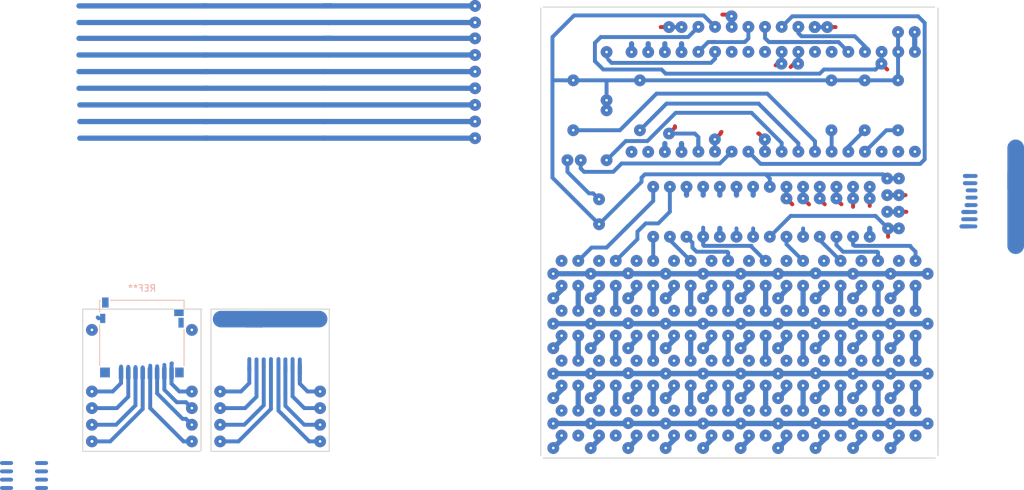
<source format=kicad_pcb>
(kicad_pcb (version 20171130) (host pcbnew "(5.0.1-3-g963ef8bb5)")

  (general
    (thickness 1.6)
    (drawings 12)
    (tracks 1131)
    (zones 0)
    (modules 1)
    (nets 1)
  )

  (page A4)
  (layers
    (0 F.Cu signal)
    (31 B.Cu signal)
    (32 B.Adhes user)
    (33 F.Adhes user)
    (34 B.Paste user)
    (35 F.Paste user)
    (36 B.SilkS user)
    (37 F.SilkS user)
    (38 B.Mask user)
    (39 F.Mask user)
    (40 Dwgs.User user)
    (41 Cmts.User user)
    (42 Eco1.User user)
    (43 Eco2.User user)
    (44 Edge.Cuts user)
    (45 Margin user)
    (46 B.CrtYd user)
    (47 F.CrtYd user)
    (48 B.Fab user)
    (49 F.Fab user)
  )

  (setup
    (last_trace_width 0.59944)
    (trace_clearance 0.2)
    (zone_clearance 0.508)
    (zone_45_only no)
    (trace_min 0.2)
    (segment_width 0.2)
    (edge_width 0.15)
    (via_size 1.8)
    (via_drill 0.4)
    (via_min_size 0.4)
    (via_min_drill 0.3)
    (uvia_size 0.3)
    (uvia_drill 0.1)
    (uvias_allowed no)
    (uvia_min_size 0.2)
    (uvia_min_drill 0.1)
    (pcb_text_width 0.3)
    (pcb_text_size 1.5 1.5)
    (mod_edge_width 0.15)
    (mod_text_size 1 1)
    (mod_text_width 0.15)
    (pad_size 1.524 1.524)
    (pad_drill 0.762)
    (pad_to_mask_clearance 0.051)
    (solder_mask_min_width 0.25)
    (aux_axis_origin 0 0)
    (visible_elements FFFFFF7F)
    (pcbplotparams
      (layerselection 0x010fc_ffffffff)
      (usegerberextensions false)
      (usegerberattributes false)
      (usegerberadvancedattributes false)
      (creategerberjobfile false)
      (excludeedgelayer true)
      (linewidth 0.150000)
      (plotframeref false)
      (viasonmask false)
      (mode 1)
      (useauxorigin false)
      (hpglpennumber 1)
      (hpglpenspeed 20)
      (hpglpendiameter 15.000000)
      (psnegative false)
      (psa4output false)
      (plotreference true)
      (plotvalue true)
      (plotinvisibletext false)
      (padsonsilk false)
      (subtractmaskfromsilk false)
      (outputformat 1)
      (mirror false)
      (drillshape 1)
      (scaleselection 1)
      (outputdirectory ""))
  )

  (net 0 "")

  (net_class Default "This is the default net class."
    (clearance 0.2)
    (trace_width 0.59944)
    (via_dia 1.8)
    (via_drill 0.4)
    (uvia_dia 0.3)
    (uvia_drill 0.1)
  )

  (net_class neti ""
    (clearance 0.2)
    (trace_width 0.59944)
    (via_dia 3)
    (via_drill 0.4)
    (uvia_dia 0.3)
    (uvia_drill 0.1)
  )

  (module Connector_Card:microSD_HC_Hirose_DM3D-SF (layer B.Cu) (tedit 5B82D16A) (tstamp 5DE970AC)
    (at 68.707 72.644 180)
    (descr "Micro SD, SMD, right-angle, push-pull (https://media.digikey.com/PDF/Data%20Sheets/Hirose%20PDFs/DM3D-SF.pdf)")
    (tags "Micro SD")
    (attr smd)
    (fp_text reference REF** (at -0.025 7.625 180) (layer B.SilkS)
      (effects (font (size 1 1) (thickness 0.15)) (justify mirror))
    )
    (fp_text value microSD_HC_Hirose_DM3D-SF (at -0.025 -6.975 180) (layer B.Fab)
      (effects (font (size 1 1) (thickness 0.15)) (justify mirror))
    )
    (fp_arc (start 5.475 -5.475) (end 5.475 -5.725) (angle -90) (layer B.Fab) (width 0.1))
    (fp_arc (start 4.725 -4.425) (end 4.725 -3.925) (angle -90) (layer B.Fab) (width 0.1))
    (fp_arc (start -5.525 -5.475) (end -5.275 -5.475) (angle -90) (layer B.Fab) (width 0.1))
    (fp_arc (start -4.775 -4.425) (end -5.275 -4.425) (angle -90) (layer B.Fab) (width 0.1))
    (fp_arc (start -5.025 -9.575) (end -5.025 -10.075) (angle -90) (layer B.Fab) (width 0.1))
    (fp_arc (start 4.975 -9.575) (end 5.475 -9.575) (angle -90) (layer B.Fab) (width 0.1))
    (fp_line (start 6.325 5.785) (end 6.435 5.785) (layer B.SilkS) (width 0.12))
    (fp_line (start 0.525 5.725) (end -1.975 5.725) (layer Dwgs.User) (width 0.1))
    (fp_line (start 6.375 -5.725) (end 6.375 5.725) (layer B.Fab) (width 0.1))
    (fp_line (start 3.575 -0.475) (end 3.575 1.525) (layer Dwgs.User) (width 0.1))
    (fp_line (start 3.075 -0.475) (end 3.575 0.975) (layer Dwgs.User) (width 0.1))
    (fp_line (start 2.575 -0.475) (end 3.275 1.525) (layer Dwgs.User) (width 0.1))
    (fp_line (start 2.075 -0.475) (end 2.775 1.525) (layer Dwgs.User) (width 0.1))
    (fp_line (start 1.575 -0.475) (end 2.275 1.525) (layer Dwgs.User) (width 0.1))
    (fp_line (start 1.075 -0.475) (end 1.775 1.525) (layer Dwgs.User) (width 0.1))
    (fp_line (start 0.575 -0.475) (end 1.275 1.525) (layer Dwgs.User) (width 0.1))
    (fp_line (start 0.075 -0.475) (end 0.775 1.525) (layer Dwgs.User) (width 0.1))
    (fp_line (start -0.425 -0.475) (end 0.275 1.525) (layer Dwgs.User) (width 0.1))
    (fp_line (start -0.925 -0.475) (end -0.225 1.525) (layer Dwgs.User) (width 0.1))
    (fp_line (start -1.425 -0.475) (end -0.725 1.525) (layer Dwgs.User) (width 0.1))
    (fp_line (start -1.925 -0.475) (end -1.225 1.525) (layer Dwgs.User) (width 0.1))
    (fp_line (start -2.425 -0.475) (end -1.725 1.525) (layer Dwgs.User) (width 0.1))
    (fp_line (start -2.925 -0.475) (end -2.225 1.525) (layer Dwgs.User) (width 0.1))
    (fp_line (start -3.425 -0.475) (end -2.725 1.525) (layer Dwgs.User) (width 0.1))
    (fp_line (start -4.425 -0.475) (end -3.725 1.525) (layer Dwgs.User) (width 0.1))
    (fp_line (start -6.375 -5.725) (end -6.375 5.725) (layer B.Fab) (width 0.1))
    (fp_line (start -4.925 -0.475) (end 3.575 -0.475) (layer Dwgs.User) (width 0.1))
    (fp_line (start 0.525 3.875) (end -1.975 3.875) (layer Dwgs.User) (width 0.1))
    (fp_line (start -4.925 1.525) (end 3.575 1.525) (layer Dwgs.User) (width 0.1))
    (fp_line (start -6.92 6.72) (end 6.88 6.72) (layer B.CrtYd) (width 0.05))
    (fp_line (start 6.88 6.72) (end 6.88 -6.28) (layer B.CrtYd) (width 0.05))
    (fp_line (start 6.88 -6.28) (end -6.92 -6.28) (layer B.CrtYd) (width 0.05))
    (fp_line (start -6.92 -6.28) (end -6.92 6.72) (layer B.CrtYd) (width 0.05))
    (fp_line (start -4.925 1.525) (end -4.925 -0.475) (layer Dwgs.User) (width 0.1))
    (fp_line (start -4.925 -0.475) (end -4.225 1.525) (layer Dwgs.User) (width 0.1))
    (fp_line (start -4.225 1.525) (end -3.725 1.525) (layer Dwgs.User) (width 0.1))
    (fp_line (start -3.925 -0.475) (end -3.225 1.525) (layer Dwgs.User) (width 0.1))
    (fp_line (start -3.225 1.525) (end -2.725 1.525) (layer Dwgs.User) (width 0.1))
    (fp_line (start -6.375 5.725) (end 6.375 5.725) (layer B.Fab) (width 0.1))
    (fp_line (start -1.975 5.725) (end -1.975 3.875) (layer Dwgs.User) (width 0.1))
    (fp_line (start 0.525 3.875) (end 0.525 5.725) (layer Dwgs.User) (width 0.1))
    (fp_line (start -1.925 3.875) (end -1.525 5.725) (layer Dwgs.User) (width 0.1))
    (fp_line (start -1.025 5.725) (end -1.525 3.875) (layer Dwgs.User) (width 0.1))
    (fp_line (start -1.025 3.875) (end -0.525 5.725) (layer Dwgs.User) (width 0.1))
    (fp_line (start -0.025 5.725) (end -0.525 3.875) (layer Dwgs.User) (width 0.1))
    (fp_line (start -0.025 3.875) (end 0.475 5.725) (layer Dwgs.User) (width 0.1))
    (fp_line (start -5.525 6.975) (end 4.175 6.975) (layer B.Fab) (width 0.1))
    (fp_line (start 4.175 5.725) (end 4.175 6.975) (layer B.Fab) (width 0.1))
    (fp_line (start -5.525 5.725) (end -5.525 6.975) (layer B.Fab) (width 0.1))
    (fp_line (start -4.775 -3.925) (end 4.725 -3.925) (layer B.Fab) (width 0.1))
    (fp_line (start -6.375 -5.725) (end -5.525 -5.725) (layer B.Fab) (width 0.1))
    (fp_line (start -5.275 -5.475) (end -5.275 -4.425) (layer B.Fab) (width 0.1))
    (fp_line (start 5.225 -5.475) (end 5.225 -4.425) (layer B.Fab) (width 0.1))
    (fp_line (start 5.475 -5.725) (end 6.375 -5.725) (layer B.Fab) (width 0.1))
    (fp_line (start -5.525 -5.725) (end -5.525 -9.575) (layer B.Fab) (width 0.1))
    (fp_line (start -5.025 -10.075) (end 4.975 -10.075) (layer B.Fab) (width 0.1))
    (fp_line (start 5.475 -9.575) (end 5.475 -5.725) (layer B.Fab) (width 0.1))
    (fp_line (start -6.435 4.625) (end -6.435 5.785) (layer B.SilkS) (width 0.12))
    (fp_line (start -6.435 5.785) (end 4.825 5.785) (layer B.SilkS) (width 0.12))
    (fp_line (start 6.435 5.785) (end 6.435 3.975) (layer B.SilkS) (width 0.12))
    (fp_line (start -6.435 1.375) (end -6.435 -4.225) (layer B.SilkS) (width 0.12))
    (fp_line (start 6.435 2.075) (end 6.435 -4.225) (layer B.SilkS) (width 0.12))
    (fp_text user KEEPOUT (at -0.725 4.8 180) (layer Cmts.User)
      (effects (font (size 0.4 0.4) (thickness 0.06)))
    )
    (fp_text user %R (at -0.025 -1.475 180) (layer B.Fab)
      (effects (font (size 1 1) (thickness 0.1)) (justify mirror))
    )
    (fp_text user KEEPOUT (at -0.275 0.525 180) (layer Cmts.User)
      (effects (font (size 1 1) (thickness 0.1)))
    )
    (pad 10 smd rect (at 5.575 5.45 180) (size 1 1.55) (layers B.Cu B.Paste B.Mask))
    (pad 11 smd rect (at 5.625 -5.225 180) (size 1.5 1.5) (layers B.Cu B.Paste B.Mask))
    (pad 1 smd rect (at 3.175 -5.35 180) (size 0.7 1.75) (layers B.Cu B.Paste B.Mask))
    (pad 2 smd rect (at 2.075 -5.35 180) (size 0.7 1.75) (layers B.Cu B.Paste B.Mask))
    (pad 3 smd rect (at 0.975 -5.35 180) (size 0.7 1.75) (layers B.Cu B.Paste B.Mask))
    (pad 4 smd rect (at -0.125 -5.35 180) (size 0.7 1.75) (layers B.Cu B.Paste B.Mask))
    (pad 5 smd rect (at -1.225 -5.35 180) (size 0.7 1.75) (layers B.Cu B.Paste B.Mask))
    (pad 6 smd rect (at -2.325 -5.35 180) (size 0.7 1.75) (layers B.Cu B.Paste B.Mask))
    (pad 7 smd rect (at -3.425 -5.35 180) (size 0.7 1.75) (layers B.Cu B.Paste B.Mask))
    (pad 11 smd rect (at 5.975 3.025 180) (size 0.8 1.4) (layers B.Cu B.Paste B.Mask))
    (pad 9 smd rect (at -5.65 3.875 180) (size 1.45 1) (layers B.Cu B.Paste B.Mask))
    (pad 11 smd rect (at -5.975 2.375 180) (size 0.8 1.5) (layers B.Cu B.Paste B.Mask))
    (pad 11 smd rect (at -5.725 -5.225 180) (size 1.3 1.5) (layers B.Cu B.Paste B.Mask))
    (pad 8 smd rect (at -4.525 -5.35 180) (size 0.7 1.75) (layers B.Cu B.Paste B.Mask))
    (model ${KISYS3DMOD}/Connector_Card.3dshapes/microSD_HC_Hirose_DM3D-SF.wrl
      (at (xyz 0 0 0))
      (scale (xyz 1 1 1))
      (rotate (xyz 0 0 0))
    )
  )

  (gr_line (start 129.54 90.551) (end 129.54 22.225) (layer Edge.Cuts) (width 0.15))
  (gr_line (start 189.738 90.932) (end 129.921 90.932) (layer Edge.Cuts) (width 0.15))
  (gr_line (start 190.119 22.225) (end 190.119 90.551) (layer Edge.Cuts) (width 0.15))
  (gr_line (start 129.921 22.098) (end 189.611 22.098) (layer Edge.Cuts) (width 0.15))
  (gr_line (start 79.248 68.199) (end 97.409 68.199) (layer Edge.Cuts) (width 0.15) (tstamp 5DE979D2))
  (gr_line (start 79.248 89.916) (end 97.155 89.916) (layer Edge.Cuts) (width 0.15) (tstamp 5DE979D1))
  (gr_line (start 79.248 68.199) (end 79.248 89.789) (layer Edge.Cuts) (width 0.15) (tstamp 5DE9797E))
  (gr_line (start 97.282 68.326) (end 97.282 89.916) (layer Edge.Cuts) (width 0.15) (tstamp 5DE9797D))
  (gr_line (start 59.69 68.199) (end 77.851 68.199) (layer Edge.Cuts) (width 0.15) (tstamp 5DE97775))
  (gr_line (start 59.69 89.916) (end 77.597 89.916) (layer Edge.Cuts) (width 0.15) (tstamp 5DE97775))
  (gr_line (start 59.69 68.199) (end 59.69 89.789) (layer Edge.Cuts) (width 0.15) (tstamp 5DE95758))
  (gr_line (start 77.724 68.199) (end 77.724 89.789) (layer Edge.Cuts) (width 0.15) (tstamp 5DE95757))

  (via (at 176.437583 28.920137) (size 1.2) (drill 0.4) (layers F.Cu B.Cu) (net 0) (tstamp 5E065D07))
  (via (at 186.597583 28.920137) (size 0.8) (drill 0.4) (layers F.Cu B.Cu) (net 0) (tstamp 5E065D08))
  (via (at 156.117583 44.160137) (size 1.8) (drill 0.4) (layers F.Cu B.Cu) (net 0) (tstamp 5E065D1A))
  (via (at 173.897583 44.160137) (size 1.8) (drill 0.4) (layers F.Cu B.Cu) (net 0) (tstamp 5E065D1B))
  (via (at 176.437583 44.160137) (size 1.8) (drill 0.4) (layers F.Cu B.Cu) (net 0) (tstamp 5E065D1C))
  (via (at 178.977583 44.160137) (size 1.8) (drill 0.4) (layers F.Cu B.Cu) (net 0) (tstamp 5E065D1D))
  (via (at 173.897583 28.920137) (size 0.8) (drill 0.4) (layers F.Cu B.Cu) (net 0) (tstamp 5E065D1E))
  (via (at 186.597583 28.920137) (size 1.8) (drill 0.4) (layers F.Cu B.Cu) (net 0) (tstamp 5E065D1F))
  (via (at 178.977583 28.920137) (size 0.8) (drill 0.4) (layers F.Cu B.Cu) (net 0) (tstamp 5E065D20))
  (via (at 181.517583 28.920137) (size 1.8) (drill 0.4) (layers F.Cu B.Cu) (net 0) (tstamp 5E065D21))
  (via (at 184.057583 28.920137) (size 1.8) (drill 0.4) (layers F.Cu B.Cu) (net 0) (tstamp 5E065D22))
  (via (at 176.437583 28.920137) (size 0.8) (drill 0.4) (layers F.Cu B.Cu) (net 0) (tstamp 5E065D23))
  (via (at 181.517583 28.920137) (size 0.8) (drill 0.4) (layers F.Cu B.Cu) (net 0) (tstamp 5E065D24))
  (via (at 186.597583 28.920137) (size 1.5) (drill 0.4) (layers F.Cu B.Cu) (net 0) (tstamp 5E065D25))
  (via (at 186.597583 28.920137) (size 0.8) (drill 0.4) (layers F.Cu B.Cu) (net 0) (tstamp 5E065D26))
  (via (at 184.057583 28.920137) (size 1.5) (drill 0.4) (layers F.Cu B.Cu) (net 0) (tstamp 5E065D27))
  (via (at 184.057583 28.920137) (size 0.8) (drill 0.4) (layers F.Cu B.Cu) (net 0) (tstamp 5E065D28))
  (via (at 176.437583 28.920137) (size 1.5) (drill 0.4) (layers F.Cu B.Cu) (net 0) (tstamp 5E065D29))
  (via (at 178.977583 28.920137) (size 0.8) (drill 0.4) (layers F.Cu B.Cu) (net 0) (tstamp 5E065D2A))
  (via (at 158.657583 28.920137) (size 0.8) (drill 0.4) (layers F.Cu B.Cu) (net 0) (tstamp 5E065D2B))
  (via (at 158.657583 28.920137) (size 1.8) (drill 0.4) (layers F.Cu B.Cu) (net 0) (tstamp 5E065D2C))
  (via (at 171.357583 28.920137) (size 1.8) (drill 0.4) (layers F.Cu B.Cu) (net 0) (tstamp 5E065D2D))
  (via (at 181.517583 28.920137) (size 0.8) (drill 0.4) (layers F.Cu B.Cu) (net 0) (tstamp 5E065D2E))
  (via (at 178.977583 28.920137) (size 1.5) (drill 0.4) (layers F.Cu B.Cu) (net 0) (tstamp 5E065D2F))
  (via (at 184.057583 28.920137) (size 0.8) (drill 0.4) (layers F.Cu B.Cu) (net 0) (tstamp 5E065D30))
  (via (at 181.517583 28.920137) (size 1.5) (drill 0.4) (layers F.Cu B.Cu) (net 0) (tstamp 5E065D31))
  (via (at 173.897583 28.920137) (size 1.5) (drill 0.4) (layers F.Cu B.Cu) (net 0) (tstamp 5E065D32))
  (via (at 173.897583 28.920137) (size 0.8) (drill 0.4) (layers F.Cu B.Cu) (net 0) (tstamp 5E065D33))
  (via (at 171.357583 28.920137) (size 1.5) (drill 0.4) (layers F.Cu B.Cu) (net 0) (tstamp 5E065D34))
  (via (at 171.357583 28.920137) (size 0.8) (drill 0.4) (layers F.Cu B.Cu) (net 0) (tstamp 5E065D35))
  (via (at 168.817583 28.920137) (size 1.5) (drill 0.4) (layers F.Cu B.Cu) (net 0) (tstamp 5E065D36))
  (via (at 168.817583 28.920137) (size 0.8) (drill 0.4) (layers F.Cu B.Cu) (net 0) (tstamp 5E065D37))
  (via (at 166.277583 28.920137) (size 1.5) (drill 0.4) (layers F.Cu B.Cu) (net 0) (tstamp 5E065D38))
  (via (at 166.277583 28.920137) (size 0.8) (drill 0.4) (layers F.Cu B.Cu) (net 0) (tstamp 5E065D39))
  (via (at 163.737583 28.920137) (size 1.5) (drill 0.4) (layers F.Cu B.Cu) (net 0) (tstamp 5E065D3A))
  (via (at 163.737583 28.920137) (size 0.8) (drill 0.4) (layers F.Cu B.Cu) (net 0) (tstamp 5E065D3B))
  (via (at 161.197583 28.920137) (size 1.5) (drill 0.4) (layers F.Cu B.Cu) (net 0) (tstamp 5E065D3C))
  (via (at 161.197583 28.920137) (size 0.8) (drill 0.4) (layers F.Cu B.Cu) (net 0) (tstamp 5E065D3D))
  (via (at 158.657583 28.920137) (size 1.5) (drill 0.4) (layers F.Cu B.Cu) (net 0) (tstamp 5E065D3E))
  (via (at 158.657583 28.920137) (size 0.8) (drill 0.4) (layers F.Cu B.Cu) (net 0) (tstamp 5E065D3F))
  (via (at 156.117583 28.920137) (size 1.5) (drill 0.4) (layers F.Cu B.Cu) (net 0) (tstamp 5E065D40))
  (via (at 158.657583 44.160137) (size 1.8) (drill 0.4) (layers F.Cu B.Cu) (net 0) (tstamp 5E065D41))
  (via (at 156.117583 28.920137) (size 0.8) (drill 0.4) (layers F.Cu B.Cu) (net 0) (tstamp 5E065D42))
  (via (at 163.737583 44.160137) (size 1.8) (drill 0.4) (layers F.Cu B.Cu) (net 0) (tstamp 5E065D43))
  (via (at 153.577583 28.920137) (size 1.5) (drill 0.4) (layers F.Cu B.Cu) (net 0) (tstamp 5E065D44))
  (via (at 153.577583 28.920137) (size 0.8) (drill 0.4) (layers F.Cu B.Cu) (net 0) (tstamp 5E065D45))
  (via (at 161.197583 44.160137) (size 1.8) (drill 0.4) (layers F.Cu B.Cu) (net 0) (tstamp 5E065D46))
  (via (at 153.577583 28.920137) (size 1.5) (drill 0.4) (layers F.Cu B.Cu) (net 0) (tstamp 5E065D47))
  (via (at 153.577583 28.920137) (size 0.8) (drill 0.4) (layers F.Cu B.Cu) (net 0) (tstamp 5E065D48))
  (via (at 153.577583 28.920137) (size 1.2) (drill 0.4) (layers F.Cu B.Cu) (net 0) (tstamp 5E065D49))
  (via (at 153.577583 28.920137) (size 0.8) (drill 0.4) (layers F.Cu B.Cu) (net 0) (tstamp 5E065D4A))
  (via (at 156.117583 28.920137) (size 1.2) (drill 0.4) (layers F.Cu B.Cu) (net 0) (tstamp 5E065D4B))
  (via (at 176.437583 28.920137) (size 1.8) (drill 0.4) (layers F.Cu B.Cu) (net 0) (tstamp 5E065D4C))
  (via (at 156.117583 28.920137) (size 0.8) (drill 0.4) (layers F.Cu B.Cu) (net 0) (tstamp 5E065D4D))
  (via (at 186.597583 44.160137) (size 1.8) (drill 0.4) (layers F.Cu B.Cu) (net 0) (tstamp 5E065D4F))
  (via (at 184.057583 44.160137) (size 1.8) (drill 0.4) (layers F.Cu B.Cu) (net 0) (tstamp 5E065D50))
  (via (at 181.517583 44.160137) (size 1.8) (drill 0.4) (layers F.Cu B.Cu) (net 0) (tstamp 5E065D51))
  (via (at 153.577583 28.920137) (size 1.8) (drill 0.4) (layers F.Cu B.Cu) (net 0) (tstamp 5E065D52))
  (via (at 153.577583 28.920137) (size 0.8) (drill 0.4) (layers F.Cu B.Cu) (net 0) (tstamp 5E065D53))
  (via (at 156.117583 28.920137) (size 1.8) (drill 0.4) (layers F.Cu B.Cu) (net 0) (tstamp 5E065D54))
  (via (at 156.117583 28.920137) (size 0.8) (drill 0.4) (layers F.Cu B.Cu) (net 0) (tstamp 5E065D55))
  (via (at 173.897583 28.920137) (size 1.8) (drill 0.4) (layers F.Cu B.Cu) (net 0) (tstamp 5E065D56))
  (via (at 166.277583 44.160137) (size 1.8) (drill 0.4) (layers F.Cu B.Cu) (net 0) (tstamp 5E065D57))
  (via (at 158.657583 28.920137) (size 1.2) (drill 0.4) (layers F.Cu B.Cu) (net 0) (tstamp 5E065D58))
  (via (at 158.657583 28.920137) (size 0.8) (drill 0.4) (layers F.Cu B.Cu) (net 0) (tstamp 5E065D59))
  (via (at 161.197583 28.920137) (size 1.2) (drill 0.4) (layers F.Cu B.Cu) (net 0) (tstamp 5E065D5A))
  (via (at 161.197583 28.920137) (size 0.8) (drill 0.4) (layers F.Cu B.Cu) (net 0) (tstamp 5E065D5B))
  (via (at 163.737583 28.920137) (size 1.2) (drill 0.4) (layers F.Cu B.Cu) (net 0) (tstamp 5E065D5C))
  (via (at 163.737583 28.920137) (size 0.8) (drill 0.4) (layers F.Cu B.Cu) (net 0) (tstamp 5E065D5D))
  (via (at 166.277583 28.920137) (size 1.2) (drill 0.4) (layers F.Cu B.Cu) (net 0) (tstamp 5E065D5E))
  (via (at 166.277583 28.920137) (size 0.8) (drill 0.4) (layers F.Cu B.Cu) (net 0) (tstamp 5E065D5F))
  (via (at 168.817583 28.920137) (size 1.2) (drill 0.4) (layers F.Cu B.Cu) (net 0) (tstamp 5E065D60))
  (via (at 168.817583 28.920137) (size 0.8) (drill 0.4) (layers F.Cu B.Cu) (net 0) (tstamp 5E065D61))
  (via (at 171.357583 28.920137) (size 1.2) (drill 0.4) (layers F.Cu B.Cu) (net 0) (tstamp 5E065D62))
  (via (at 171.357583 28.920137) (size 0.8) (drill 0.4) (layers F.Cu B.Cu) (net 0) (tstamp 5E065D63))
  (via (at 173.897583 28.920137) (size 1.2) (drill 0.4) (layers F.Cu B.Cu) (net 0) (tstamp 5E065D64))
  (via (at 173.897583 28.920137) (size 0.8) (drill 0.4) (layers F.Cu B.Cu) (net 0) (tstamp 5E065D65))
  (via (at 176.437583 28.920137) (size 0.8) (drill 0.4) (layers F.Cu B.Cu) (net 0) (tstamp 5E065D66))
  (via (at 184.057583 28.920137) (size 0.8) (drill 0.4) (layers F.Cu B.Cu) (net 0) (tstamp 5E065D67))
  (via (at 186.597583 28.920137) (size 1.2) (drill 0.4) (layers F.Cu B.Cu) (net 0) (tstamp 5E065D68))
  (via (at 176.437583 28.920137) (size 0.8) (drill 0.4) (layers F.Cu B.Cu) (net 0) (tstamp 5E065D69))
  (via (at 156.117583 28.920137) (size 0.8) (drill 0.4) (layers F.Cu B.Cu) (net 0) (tstamp 5E065D6A))
  (via (at 161.197583 28.920137) (size 1.8) (drill 0.4) (layers F.Cu B.Cu) (net 0) (tstamp 5E065D6B))
  (via (at 153.577583 44.160137) (size 1.8) (drill 0.4) (layers F.Cu B.Cu) (net 0) (tstamp 5E065D6C))
  (via (at 176.437583 28.920137) (size 0.8) (drill 0.4) (layers F.Cu B.Cu) (net 0) (tstamp 5E065D6D))
  (via (at 153.577583 28.920137) (size 0.8) (drill 0.4) (layers F.Cu B.Cu) (net 0) (tstamp 5E065D6E))
  (via (at 173.897583 28.920137) (size 0.8) (drill 0.4) (layers F.Cu B.Cu) (net 0) (tstamp 5E065D6F))
  (via (at 158.657583 28.920137) (size 0.8) (drill 0.4) (layers F.Cu B.Cu) (net 0) (tstamp 5E065D71))
  (via (at 176.437583 28.920137) (size 0.8) (drill 0.4) (layers F.Cu B.Cu) (net 0) (tstamp 5E065D72))
  (via (at 171.357583 28.920137) (size 0.8) (drill 0.4) (layers F.Cu B.Cu) (net 0) (tstamp 5E065D73))
  (via (at 168.817583 28.920137) (size 0.8) (drill 0.4) (layers F.Cu B.Cu) (net 0) (tstamp 5E065D74))
  (via (at 166.277583 28.920137) (size 0.8) (drill 0.4) (layers F.Cu B.Cu) (net 0) (tstamp 5E065D75))
  (via (at 163.737583 28.920137) (size 0.8) (drill 0.4) (layers F.Cu B.Cu) (net 0) (tstamp 5E065D76))
  (via (at 161.197583 28.920137) (size 0.8) (drill 0.4) (layers F.Cu B.Cu) (net 0) (tstamp 5E065D77))
  (via (at 171.357583 44.160137) (size 1.8) (drill 0.4) (layers F.Cu B.Cu) (net 0) (tstamp 5E065D78))
  (via (at 178.977583 28.920137) (size 0.8) (drill 0.4) (layers F.Cu B.Cu) (net 0) (tstamp 5E065D79))
  (via (at 168.817583 44.160137) (size 1.8) (drill 0.4) (layers F.Cu B.Cu) (net 0) (tstamp 5E065D7A))
  (via (at 181.517583 28.920137) (size 0.8) (drill 0.4) (layers F.Cu B.Cu) (net 0) (tstamp 5E065D7B))
  (via (at 186.597583 28.920137) (size 0.8) (drill 0.4) (layers F.Cu B.Cu) (net 0) (tstamp 5E065D7C))
  (via (at 153.577583 28.920137) (size 0.8) (drill 0.4) (layers F.Cu B.Cu) (net 0) (tstamp 5E065D7D))
  (via (at 153.577583 28.920137) (size 1.2) (drill 0.4) (layers F.Cu B.Cu) (net 0) (tstamp 5E065D7E))
  (via (at 176.437583 28.920137) (size 0.8) (drill 0.4) (layers F.Cu B.Cu) (net 0) (tstamp 5E065D7F))
  (via (at 178.977583 28.920137) (size 1.2) (drill 0.4) (layers F.Cu B.Cu) (net 0) (tstamp 5E065D80))
  (via (at 178.977583 28.920137) (size 0.8) (drill 0.4) (layers F.Cu B.Cu) (net 0) (tstamp 5E065D81))
  (via (at 181.517583 28.920137) (size 1.2) (drill 0.4) (layers F.Cu B.Cu) (net 0) (tstamp 5E065D82))
  (via (at 181.517583 28.920137) (size 0.8) (drill 0.4) (layers F.Cu B.Cu) (net 0) (tstamp 5E065D83))
  (via (at 184.057583 28.920137) (size 1.2) (drill 0.4) (layers F.Cu B.Cu) (net 0) (tstamp 5E065D84))
  (via (at 168.817583 28.920137) (size 0.8) (drill 0.4) (layers F.Cu B.Cu) (net 0) (tstamp 5E065D85))
  (via (at 171.357583 28.920137) (size 0.8) (drill 0.4) (layers F.Cu B.Cu) (net 0) (tstamp 5E065D86))
  (via (at 178.977583 28.920137) (size 1.8) (drill 0.4) (layers F.Cu B.Cu) (net 0) (tstamp 5E065D87))
  (via (at 161.197583 28.920137) (size 0.8) (drill 0.4) (layers F.Cu B.Cu) (net 0) (tstamp 5E065D88))
  (via (at 163.737583 28.920137) (size 1.8) (drill 0.4) (layers F.Cu B.Cu) (net 0) (tstamp 5E065D89))
  (via (at 184.057583 28.920137) (size 0.8) (drill 0.4) (layers F.Cu B.Cu) (net 0) (tstamp 5E065D8A))
  (via (at 163.737583 28.920137) (size 0.8) (drill 0.4) (layers F.Cu B.Cu) (net 0) (tstamp 5E065D8B))
  (via (at 186.597583 28.920137) (size 0.8) (drill 0.4) (layers F.Cu B.Cu) (net 0) (tstamp 5E065D8C))
  (via (at 166.277583 28.920137) (size 1.8) (drill 0.4) (layers F.Cu B.Cu) (net 0) (tstamp 5E065D8D))
  (via (at 166.277583 28.920137) (size 0.8) (drill 0.4) (layers F.Cu B.Cu) (net 0) (tstamp 5E065D8E))
  (via (at 168.817583 28.920137) (size 1.8) (drill 0.4) (layers F.Cu B.Cu) (net 0) (tstamp 5E065D8F))
  (via (at 153.577583 25.110137) (size 1.8) (drill 0.4) (layers F.Cu B.Cu) (net 0) (tstamp 5E065F9A))
  (via (at 158.657583 25.110137) (size 1.8) (drill 0.4) (layers F.Cu B.Cu) (net 0) (tstamp 5E065F9B))
  (via (at 158.657583 25.110137) (size 0.8) (drill 0.4) (layers F.Cu B.Cu) (net 0) (tstamp 5E065F9C))
  (via (at 153.577583 25.110137) (size 1.2) (drill 0.4) (layers F.Cu B.Cu) (net 0) (tstamp 5E065F9D))
  (via (at 153.577583 25.110137) (size 1.5) (drill 0.4) (layers F.Cu B.Cu) (net 0) (tstamp 5E065F9E))
  (via (at 153.577583 25.110137) (size 0.8) (drill 0.4) (layers F.Cu B.Cu) (net 0) (tstamp 5E065F9F))
  (via (at 153.577583 25.110137) (size 0.8) (drill 0.4) (layers F.Cu B.Cu) (net 0) (tstamp 5E065FA0))
  (via (at 156.117583 25.110137) (size 0.8) (drill 0.4) (layers F.Cu B.Cu) (net 0) (tstamp 5E065FA1))
  (via (at 168.817583 25.110137) (size 0.8) (drill 0.4) (layers F.Cu B.Cu) (net 0) (tstamp 5E065FA2))
  (via (at 153.577583 25.110137) (size 0.8) (drill 0.4) (layers F.Cu B.Cu) (net 0) (tstamp 5E065FA3))
  (via (at 156.117583 25.110137) (size 1.2) (drill 0.4) (layers F.Cu B.Cu) (net 0) (tstamp 5E065FA4))
  (via (at 156.117583 25.110137) (size 0.8) (drill 0.4) (layers F.Cu B.Cu) (net 0) (tstamp 5E065FA5))
  (via (at 156.117583 25.110137) (size 1.5) (drill 0.4) (layers F.Cu B.Cu) (net 0) (tstamp 5E065FA6))
  (via (at 153.577583 25.110137) (size 0.8) (drill 0.4) (layers F.Cu B.Cu) (net 0) (tstamp 5E065FA7))
  (via (at 158.657583 25.110137) (size 0.8) (drill 0.4) (layers F.Cu B.Cu) (net 0) (tstamp 5E065FA8))
  (via (at 158.657583 25.110137) (size 1.5) (drill 0.4) (layers F.Cu B.Cu) (net 0) (tstamp 5E065FA9))
  (via (at 163.737583 25.110137) (size 1.5) (drill 0.4) (layers F.Cu B.Cu) (net 0) (tstamp 5E065FAA))
  (via (at 166.277583 25.110137) (size 0.8) (drill 0.4) (layers F.Cu B.Cu) (net 0) (tstamp 5E065FAB))
  (via (at 158.657583 25.110137) (size 1.2) (drill 0.4) (layers F.Cu B.Cu) (net 0) (tstamp 5E065FAC))
  (via (at 163.737583 25.110137) (size 1.2) (drill 0.4) (layers F.Cu B.Cu) (net 0) (tstamp 5E065FAD))
  (via (at 163.737583 25.110137) (size 0.8) (drill 0.4) (layers F.Cu B.Cu) (net 0) (tstamp 5E065FAE))
  (via (at 166.277583 25.110137) (size 1.2) (drill 0.4) (layers F.Cu B.Cu) (net 0) (tstamp 5E065FAF))
  (via (at 156.117583 25.110137) (size 0.8) (drill 0.4) (layers F.Cu B.Cu) (net 0) (tstamp 5E065FB0))
  (via (at 153.577583 25.110137) (size 0.8) (drill 0.4) (layers F.Cu B.Cu) (net 0) (tstamp 5E065FB1))
  (via (at 168.817583 25.110137) (size 0.8) (drill 0.4) (layers F.Cu B.Cu) (net 0) (tstamp 5E065FB2))
  (via (at 166.277583 25.110137) (size 0.8) (drill 0.4) (layers F.Cu B.Cu) (net 0) (tstamp 5E065FB3))
  (via (at 163.737583 25.110137) (size 0.8) (drill 0.4) (layers F.Cu B.Cu) (net 0) (tstamp 5E065FB4))
  (via (at 161.197583 25.110137) (size 0.8) (drill 0.4) (layers F.Cu B.Cu) (net 0) (tstamp 5E065FB5))
  (via (at 166.277583 25.110137) (size 1.8) (drill 0.4) (layers F.Cu B.Cu) (net 0) (tstamp 5E065FB6))
  (via (at 166.277583 25.110137) (size 0.8) (drill 0.4) (layers F.Cu B.Cu) (net 0) (tstamp 5E065FB7))
  (via (at 163.737583 25.110137) (size 0.8) (drill 0.4) (layers F.Cu B.Cu) (net 0) (tstamp 5E065FB8))
  (via (at 168.817583 25.110137) (size 0.8) (drill 0.4) (layers F.Cu B.Cu) (net 0) (tstamp 5E065FB9))
  (via (at 163.737583 25.110137) (size 1.8) (drill 0.4) (layers F.Cu B.Cu) (net 0) (tstamp 5E065FBA))
  (via (at 153.577583 25.110137) (size 1.2) (drill 0.4) (layers F.Cu B.Cu) (net 0) (tstamp 5E065FBB))
  (via (at 153.577583 25.110137) (size 0.8) (drill 0.4) (layers F.Cu B.Cu) (net 0) (tstamp 5E065FBC))
  (via (at 161.197583 25.110137) (size 0.8) (drill 0.4) (layers F.Cu B.Cu) (net 0) (tstamp 5E065FBD))
  (via (at 158.657583 25.110137) (size 0.8) (drill 0.4) (layers F.Cu B.Cu) (net 0) (tstamp 5E065FBE))
  (via (at 161.197583 25.110137) (size 1.8) (drill 0.4) (layers F.Cu B.Cu) (net 0) (tstamp 5E065FBF))
  (via (at 168.817583 25.110137) (size 1.2) (drill 0.4) (layers F.Cu B.Cu) (net 0) (tstamp 5E065FC0))
  (via (at 168.817583 25.110137) (size 0.8) (drill 0.4) (layers F.Cu B.Cu) (net 0) (tstamp 5E065FC1))
  (via (at 161.197583 25.110137) (size 1.2) (drill 0.4) (layers F.Cu B.Cu) (net 0) (tstamp 5E065FC2))
  (via (at 161.197583 25.110137) (size 0.8) (drill 0.4) (layers F.Cu B.Cu) (net 0) (tstamp 5E065FC3))
  (via (at 166.277583 25.110137) (size 0.8) (drill 0.4) (layers F.Cu B.Cu) (net 0) (tstamp 5E065FC4))
  (via (at 156.117583 25.110137) (size 1.8) (drill 0.4) (layers F.Cu B.Cu) (net 0) (tstamp 5E065FC5))
  (via (at 156.117583 25.110137) (size 0.8) (drill 0.4) (layers F.Cu B.Cu) (net 0) (tstamp 5E065FC6))
  (via (at 158.657583 25.110137) (size 0.8) (drill 0.4) (layers F.Cu B.Cu) (net 0) (tstamp 5E065FC7))
  (via (at 161.197583 25.110137) (size 1.5) (drill 0.4) (layers F.Cu B.Cu) (net 0) (tstamp 5E065FC8))
  (via (at 163.737583 25.110137) (size 0.8) (drill 0.4) (layers F.Cu B.Cu) (net 0) (tstamp 5E065FC9))
  (via (at 166.277583 25.110137) (size 1.5) (drill 0.4) (layers F.Cu B.Cu) (net 0) (tstamp 5E065FCA))
  (via (at 153.577583 25.110137) (size 1.5) (drill 0.4) (layers F.Cu B.Cu) (net 0) (tstamp 5E065FCB))
  (via (at 161.197583 25.110137) (size 0.8) (drill 0.4) (layers F.Cu B.Cu) (net 0) (tstamp 5E065FCC))
  (via (at 168.817583 25.110137) (size 0.8) (drill 0.4) (layers F.Cu B.Cu) (net 0) (tstamp 5E0661A3))
  (via (at 168.817583 25.110137) (size 1.8) (drill 0.4) (layers F.Cu B.Cu) (net 0))
  (via (at 184.023 33.274) (size 1.8) (drill 0.4) (layers F.Cu B.Cu) (net 0))
  (via (at 184.023 40.894) (size 1.8) (drill 0.4) (layers F.Cu B.Cu) (net 0))
  (via (at 178.943 40.894) (size 1.8) (drill 0.4) (layers F.Cu B.Cu) (net 0))
  (via (at 173.863 40.894) (size 1.8) (drill 0.4) (layers F.Cu B.Cu) (net 0))
  (via (at 178.943 33.274) (size 1.8) (drill 0.4) (layers F.Cu B.Cu) (net 0))
  (via (at 173.863 33.274) (size 1.8) (drill 0.4) (layers F.Cu B.Cu) (net 0))
  (segment (start 184.057583 33.239417) (end 184.023 33.274) (width 1) (layer B.Cu) (net 0))
  (segment (start 144.687583 33.239417) (end 144.653 33.274) (width 1) (layer B.Cu) (net 0) (tstamp 5E0772AE))
  (via (at 144.653 33.274) (size 1.8) (drill 0.4) (layers F.Cu B.Cu) (net 0) (tstamp 5E0772B0))
  (segment (start 134.527583 33.112417) (end 134.493 33.147) (width 1) (layer B.Cu) (net 0) (tstamp 5E0772AE))
  (via (at 134.493 33.274) (size 1.8) (drill 0.4) (layers F.Cu B.Cu) (net 0) (tstamp 5E0772B0))
  (via (at 134.493 40.894) (size 1.8) (drill 0.4) (layers F.Cu B.Cu) (net 0) (tstamp 5E0772B1))
  (via (at 144.653 40.894) (size 1.8) (drill 0.4) (layers F.Cu B.Cu) (net 0) (tstamp 5E0772B1))
  (via (at 139.573 28.956) (size 1.8) (drill 0.4) (layers F.Cu B.Cu) (net 0) (tstamp 5E07763C))
  (via (at 139.573 36.322) (size 1.8) (drill 0.4) (layers F.Cu B.Cu) (net 0) (tstamp 5E07763D))
  (segment (start 139.607583 37.811417) (end 139.573 37.846) (width 1) (layer B.Cu) (net 0) (tstamp 5E07763B))
  (via (at 139.573 37.846) (size 1.8) (drill 0.4) (layers F.Cu B.Cu) (net 0) (tstamp 5E07763C))
  (via (at 139.573 45.466) (size 1.8) (drill 0.4) (layers F.Cu B.Cu) (net 0) (tstamp 5E07763D))
  (segment (start 134.62 33.274) (end 134.493 33.147) (width 1) (layer B.Cu) (net 0))
  (segment (start 184.023 25.908) (end 184.023 25.908) (width 0.8) (layer B.Cu) (net 0))
  (segment (start 139.573 29.083) (end 139.573 29.591) (width 0.8) (layer B.Cu) (net 0))
  (via (at 184.023 25.908) (size 1.8) (drill 0.4) (layers F.Cu B.Cu) (net 0))
  (via (at 186.563 25.908) (size 1.8) (drill 0.4) (layers F.Cu B.Cu) (net 0))
  (segment (start 186.563 28.885554) (end 186.597583 28.920137) (width 0.8) (layer B.Cu) (net 0))
  (segment (start 186.563 25.908) (end 186.563 28.885554) (width 0.8) (layer B.Cu) (net 0))
  (via (at 119.519183 42.104625) (size 1.8) (drill 0.4) (layers F.Cu B.Cu) (net 0) (tstamp 5E0A4FCC))
  (via (at 119.519183 37.024625) (size 1.8) (drill 0.4) (layers F.Cu B.Cu) (net 0) (tstamp 5E0A4FCD))
  (via (at 119.519183 37.024625) (size 0.8) (drill 0.4) (layers F.Cu B.Cu) (net 0) (tstamp 5E0A4FCE))
  (via (at 119.519183 42.104625) (size 1.2) (drill 0.4) (layers F.Cu B.Cu) (net 0) (tstamp 5E0A4FCF))
  (via (at 119.519183 42.104625) (size 1.5) (drill 0.4) (layers F.Cu B.Cu) (net 0) (tstamp 5E0A4FD0))
  (via (at 119.519183 42.104625) (size 0.8) (drill 0.4) (layers F.Cu B.Cu) (net 0) (tstamp 5E0A4FD1))
  (via (at 119.519183 42.104625) (size 0.8) (drill 0.4) (layers F.Cu B.Cu) (net 0) (tstamp 5E0A4FD2))
  (via (at 119.519183 39.564625) (size 0.8) (drill 0.4) (layers F.Cu B.Cu) (net 0) (tstamp 5E0A4FD3))
  (via (at 119.519183 26.864625) (size 0.8) (drill 0.4) (layers F.Cu B.Cu) (net 0) (tstamp 5E0A4FD4))
  (via (at 119.519183 42.104625) (size 0.8) (drill 0.4) (layers F.Cu B.Cu) (net 0) (tstamp 5E0A4FD5))
  (via (at 119.519183 39.564625) (size 1.2) (drill 0.4) (layers F.Cu B.Cu) (net 0) (tstamp 5E0A4FD6))
  (via (at 119.519183 39.564625) (size 0.8) (drill 0.4) (layers F.Cu B.Cu) (net 0) (tstamp 5E0A4FD7))
  (via (at 119.519183 39.564625) (size 1.5) (drill 0.4) (layers F.Cu B.Cu) (net 0) (tstamp 5E0A4FD8))
  (via (at 119.519183 42.104625) (size 0.8) (drill 0.4) (layers F.Cu B.Cu) (net 0) (tstamp 5E0A4FD9))
  (via (at 119.519183 37.024625) (size 0.8) (drill 0.4) (layers F.Cu B.Cu) (net 0) (tstamp 5E0A4FDA))
  (via (at 119.519183 37.024625) (size 1.5) (drill 0.4) (layers F.Cu B.Cu) (net 0) (tstamp 5E0A4FDB))
  (via (at 119.519183 31.944625) (size 1.5) (drill 0.4) (layers F.Cu B.Cu) (net 0) (tstamp 5E0A4FDC))
  (via (at 119.519183 29.404625) (size 0.8) (drill 0.4) (layers F.Cu B.Cu) (net 0) (tstamp 5E0A4FDD))
  (via (at 119.519183 37.024625) (size 1.2) (drill 0.4) (layers F.Cu B.Cu) (net 0) (tstamp 5E0A4FDE))
  (via (at 119.519183 31.944625) (size 1.2) (drill 0.4) (layers F.Cu B.Cu) (net 0) (tstamp 5E0A4FDF))
  (via (at 119.519183 31.944625) (size 0.8) (drill 0.4) (layers F.Cu B.Cu) (net 0) (tstamp 5E0A4FE0))
  (via (at 119.519183 29.404625) (size 1.2) (drill 0.4) (layers F.Cu B.Cu) (net 0) (tstamp 5E0A4FE1))
  (via (at 119.519183 39.564625) (size 0.8) (drill 0.4) (layers F.Cu B.Cu) (net 0) (tstamp 5E0A4FE2))
  (via (at 119.519183 42.104625) (size 0.8) (drill 0.4) (layers F.Cu B.Cu) (net 0) (tstamp 5E0A4FE3))
  (via (at 119.519183 26.864625) (size 0.8) (drill 0.4) (layers F.Cu B.Cu) (net 0) (tstamp 5E0A4FE4))
  (via (at 119.519183 29.404625) (size 0.8) (drill 0.4) (layers F.Cu B.Cu) (net 0) (tstamp 5E0A4FE5))
  (via (at 119.519183 31.944625) (size 0.8) (drill 0.4) (layers F.Cu B.Cu) (net 0) (tstamp 5E0A4FE6))
  (via (at 119.519183 34.484625) (size 0.8) (drill 0.4) (layers F.Cu B.Cu) (net 0) (tstamp 5E0A4FE7))
  (via (at 119.519183 29.404625) (size 1.8) (drill 0.4) (layers F.Cu B.Cu) (net 0) (tstamp 5E0A4FE8))
  (via (at 119.519183 29.404625) (size 0.8) (drill 0.4) (layers F.Cu B.Cu) (net 0) (tstamp 5E0A4FE9))
  (via (at 119.519183 31.944625) (size 0.8) (drill 0.4) (layers F.Cu B.Cu) (net 0) (tstamp 5E0A4FEA))
  (via (at 119.519183 26.864625) (size 0.8) (drill 0.4) (layers F.Cu B.Cu) (net 0) (tstamp 5E0A4FEB))
  (via (at 119.519183 31.944625) (size 1.8) (drill 0.4) (layers F.Cu B.Cu) (net 0) (tstamp 5E0A4FEC))
  (via (at 119.519183 42.104625) (size 1.2) (drill 0.4) (layers F.Cu B.Cu) (net 0) (tstamp 5E0A4FED))
  (via (at 119.519183 42.104625) (size 0.8) (drill 0.4) (layers F.Cu B.Cu) (net 0) (tstamp 5E0A4FEE))
  (via (at 119.519183 34.484625) (size 0.8) (drill 0.4) (layers F.Cu B.Cu) (net 0) (tstamp 5E0A4FEF))
  (via (at 119.519183 37.024625) (size 0.8) (drill 0.4) (layers F.Cu B.Cu) (net 0) (tstamp 5E0A4FF0))
  (via (at 119.519183 34.484625) (size 1.8) (drill 0.4) (layers F.Cu B.Cu) (net 0) (tstamp 5E0A4FF1))
  (via (at 119.519183 26.864625) (size 1.2) (drill 0.4) (layers F.Cu B.Cu) (net 0) (tstamp 5E0A4FF2))
  (via (at 119.519183 26.864625) (size 0.8) (drill 0.4) (layers F.Cu B.Cu) (net 0) (tstamp 5E0A4FF3))
  (via (at 119.519183 34.484625) (size 1.2) (drill 0.4) (layers F.Cu B.Cu) (net 0) (tstamp 5E0A4FF4))
  (via (at 119.519183 34.484625) (size 0.8) (drill 0.4) (layers F.Cu B.Cu) (net 0) (tstamp 5E0A4FF5))
  (via (at 119.519183 29.404625) (size 0.8) (drill 0.4) (layers F.Cu B.Cu) (net 0) (tstamp 5E0A4FF6))
  (via (at 119.519183 39.564625) (size 1.8) (drill 0.4) (layers F.Cu B.Cu) (net 0) (tstamp 5E0A4FF7))
  (via (at 119.519183 39.564625) (size 0.8) (drill 0.4) (layers F.Cu B.Cu) (net 0) (tstamp 5E0A4FF8))
  (via (at 119.519183 37.024625) (size 0.8) (drill 0.4) (layers F.Cu B.Cu) (net 0) (tstamp 5E0A4FF9))
  (via (at 119.519183 34.484625) (size 1.5) (drill 0.4) (layers F.Cu B.Cu) (net 0) (tstamp 5E0A4FFA))
  (via (at 119.519183 31.944625) (size 0.8) (drill 0.4) (layers F.Cu B.Cu) (net 0) (tstamp 5E0A4FFB))
  (via (at 119.519183 29.404625) (size 1.5) (drill 0.4) (layers F.Cu B.Cu) (net 0) (tstamp 5E0A4FFC))
  (via (at 119.519183 42.104625) (size 1.5) (drill 0.4) (layers F.Cu B.Cu) (net 0) (tstamp 5E0A4FFD))
  (via (at 119.519183 34.484625) (size 0.8) (drill 0.4) (layers F.Cu B.Cu) (net 0) (tstamp 5E0A4FFE))
  (via (at 119.519183 26.864625) (size 0.8) (drill 0.4) (layers F.Cu B.Cu) (net 0) (tstamp 5E0A4FFF))
  (via (at 119.519183 26.864625) (size 1.8) (drill 0.4) (layers F.Cu B.Cu) (net 0) (tstamp 5E0A5000))
  (segment (start 97.253711 29.404625) (end 119.519183 29.404625) (width 0.8) (layer B.Cu) (net 0))
  (segment (start 96.405183 31.944625) (end 119.519183 31.944625) (width 0.8) (layer B.Cu) (net 0))
  (segment (start 96.405183 34.484625) (end 119.519183 34.484625) (width 0.8) (layer B.Cu) (net 0))
  (segment (start 96.405183 37.024625) (end 119.519183 37.024625) (width 0.8) (layer B.Cu) (net 0))
  (segment (start 96.405183 39.564625) (end 119.519183 39.564625) (width 0.8) (layer B.Cu) (net 0))
  (segment (start 96.405183 42.104625) (end 119.519183 42.104625) (width 0.8) (layer B.Cu) (net 0))
  (segment (start 97.536 26.864625) (end 78.037375 26.864625) (width 0.8) (layer B.Cu) (net 0))
  (segment (start 96.405183 26.864625) (end 97.536 26.864625) (width 0.8) (layer B.Cu) (net 0))
  (segment (start 97.536 26.864625) (end 119.519183 26.864625) (width 0.8) (layer B.Cu) (net 0))
  (segment (start 97.253711 29.404625) (end 78.172625 29.404625) (width 0.8) (layer B.Cu) (net 0))
  (segment (start 96.405183 31.944625) (end 78.164375 31.944625) (width 0.8) (layer B.Cu) (net 0))
  (segment (start 96.405183 34.484625) (end 78.299625 34.484625) (width 0.8) (layer B.Cu) (net 0))
  (segment (start 96.405183 37.024625) (end 78.299625 37.024625) (width 0.8) (layer B.Cu) (net 0))
  (segment (start 96.405183 39.564625) (end 78.164375 39.564625) (width 0.8) (layer B.Cu) (net 0))
  (segment (start 96.405183 42.104625) (end 78.291375 42.104625) (width 0.8) (layer B.Cu) (net 0))
  (segment (start 144.145 65.278) (end 142.875 66.548) (width 0.8) (layer B.Cu) (net 0) (tstamp 5E46888F))
  (segment (start 144.145 64.643) (end 144.145 65.278) (width 0.8) (layer B.Cu) (net 0) (tstamp 5E468890))
  (via (at 144.145 60.833) (size 1.8) (drill 0.4) (layers F.Cu B.Cu) (net 0) (tstamp 5E468891))
  (via (at 146.685 60.833) (size 1.8) (drill 0.4) (layers F.Cu B.Cu) (net 0) (tstamp 5E468892))
  (via (at 146.685 64.643) (size 1.8) (drill 0.4) (layers F.Cu B.Cu) (net 0) (tstamp 5E468893))
  (via (at 144.145 64.643) (size 1.8) (drill 0.4) (layers F.Cu B.Cu) (net 0) (tstamp 5E468894))
  (via (at 142.875 66.548) (size 1.8) (drill 0.4) (layers F.Cu B.Cu) (net 0) (tstamp 5E468895))
  (via (at 142.875 62.738) (size 1.8) (drill 0.4) (layers F.Cu B.Cu) (net 0) (tstamp 5E468896))
  (segment (start 149.86 65.278) (end 148.59 66.548) (width 0.8) (layer B.Cu) (net 0) (tstamp 5E46888F))
  (segment (start 149.86 64.643) (end 149.86 65.278) (width 0.8) (layer B.Cu) (net 0) (tstamp 5E468890))
  (via (at 149.86 60.833) (size 1.8) (drill 0.4) (layers F.Cu B.Cu) (net 0) (tstamp 5E468891))
  (via (at 152.4 60.833) (size 1.8) (drill 0.4) (layers F.Cu B.Cu) (net 0) (tstamp 5E468892))
  (via (at 152.4 64.643) (size 1.8) (drill 0.4) (layers F.Cu B.Cu) (net 0) (tstamp 5E468893))
  (via (at 149.86 64.643) (size 1.8) (drill 0.4) (layers F.Cu B.Cu) (net 0) (tstamp 5E468894))
  (via (at 148.59 66.548) (size 1.8) (drill 0.4) (layers F.Cu B.Cu) (net 0) (tstamp 5E468895))
  (via (at 148.59 62.8015) (size 1.8) (drill 0.4) (layers F.Cu B.Cu) (net 0) (tstamp 5E468896))
  (segment (start 138.43 65.278) (end 137.16 66.548) (width 0.8) (layer B.Cu) (net 0) (tstamp 5E46888F))
  (segment (start 138.43 64.643) (end 138.43 65.278) (width 0.8) (layer B.Cu) (net 0) (tstamp 5E468890))
  (via (at 138.43 60.833) (size 1.8) (drill 0.4) (layers F.Cu B.Cu) (net 0) (tstamp 5E468891))
  (via (at 140.97 60.833) (size 1.8) (drill 0.4) (layers F.Cu B.Cu) (net 0) (tstamp 5E468892))
  (via (at 140.97 64.643) (size 1.8) (drill 0.4) (layers F.Cu B.Cu) (net 0) (tstamp 5E468893))
  (via (at 138.43 64.643) (size 1.8) (drill 0.4) (layers F.Cu B.Cu) (net 0) (tstamp 5E468894))
  (via (at 137.16 66.548) (size 1.8) (drill 0.4) (layers F.Cu B.Cu) (net 0) (tstamp 5E468895))
  (via (at 137.16 62.8015) (size 1.8) (drill 0.4) (layers F.Cu B.Cu) (net 0) (tstamp 5E468896))
  (segment (start 132.715 65.278) (end 131.445 66.548) (width 0.8) (layer B.Cu) (net 0) (tstamp 5E46888F))
  (segment (start 132.715 64.643) (end 132.715 65.278) (width 0.8) (layer B.Cu) (net 0) (tstamp 5E468890))
  (via (at 135.255 60.833) (size 1.8) (drill 0.4) (layers F.Cu B.Cu) (net 0) (tstamp 5E468892))
  (via (at 135.255 64.643) (size 1.8) (drill 0.4) (layers F.Cu B.Cu) (net 0) (tstamp 5E468893))
  (via (at 132.715 64.643) (size 1.8) (drill 0.4) (layers F.Cu B.Cu) (net 0) (tstamp 5E468894))
  (via (at 131.445 66.548) (size 1.8) (drill 0.4) (layers F.Cu B.Cu) (net 0) (tstamp 5E468895))
  (via (at 131.445 62.8015) (size 1.8) (drill 0.4) (layers F.Cu B.Cu) (net 0) (tstamp 5E468896))
  (segment (start 161.29 65.278) (end 160.02 66.548) (width 0.8) (layer B.Cu) (net 0) (tstamp 5E468A2D))
  (via (at 163.83 60.833) (size 1.8) (drill 0.4) (layers F.Cu B.Cu) (net 0) (tstamp 5E468A2E))
  (via (at 160.02 62.8015) (size 1.8) (drill 0.4) (layers F.Cu B.Cu) (net 0) (tstamp 5E468A2F))
  (via (at 163.83 64.643) (size 1.8) (drill 0.4) (layers F.Cu B.Cu) (net 0) (tstamp 5E468A30))
  (via (at 161.29 60.833) (size 1.8) (drill 0.4) (layers F.Cu B.Cu) (net 0) (tstamp 5E468A31))
  (via (at 161.29 64.643) (size 1.8) (drill 0.4) (layers F.Cu B.Cu) (net 0) (tstamp 5E468A32))
  (segment (start 161.29 64.643) (end 161.29 65.278) (width 0.8) (layer B.Cu) (net 0) (tstamp 5E468A33))
  (via (at 160.02 66.548) (size 1.8) (drill 0.4) (layers F.Cu B.Cu) (net 0) (tstamp 5E468A34))
  (via (at 154.305 66.548) (size 1.8) (drill 0.4) (layers F.Cu B.Cu) (net 0) (tstamp 5E468A35))
  (via (at 155.575 60.833) (size 1.8) (drill 0.4) (layers F.Cu B.Cu) (net 0) (tstamp 5E468A36))
  (via (at 154.305 62.8015) (size 1.8) (drill 0.4) (layers F.Cu B.Cu) (net 0) (tstamp 5E468A37))
  (via (at 158.115 60.833) (size 1.8) (drill 0.4) (layers F.Cu B.Cu) (net 0) (tstamp 5E468A38))
  (segment (start 155.575 64.643) (end 155.575 65.278) (width 0.8) (layer B.Cu) (net 0) (tstamp 5E468A39))
  (segment (start 155.575 65.278) (end 154.305 66.548) (width 0.8) (layer B.Cu) (net 0) (tstamp 5E468A3A))
  (via (at 155.575 64.643) (size 1.8) (drill 0.4) (layers F.Cu B.Cu) (net 0) (tstamp 5E468A3B))
  (via (at 158.115 64.643) (size 1.8) (drill 0.4) (layers F.Cu B.Cu) (net 0) (tstamp 5E468A3C))
  (segment (start 172.72 64.643) (end 172.72 65.278) (width 0.8) (layer B.Cu) (net 0) (tstamp 5E468A3D))
  (segment (start 172.72 65.278) (end 171.45 66.548) (width 0.8) (layer B.Cu) (net 0) (tstamp 5E468A3E))
  (segment (start 178.435 64.643) (end 178.435 65.278) (width 0.8) (layer B.Cu) (net 0) (tstamp 5E468A3F))
  (segment (start 178.435 65.278) (end 177.165 66.548) (width 0.8) (layer B.Cu) (net 0) (tstamp 5E468A40))
  (via (at 172.72 60.833) (size 1.8) (drill 0.4) (layers F.Cu B.Cu) (net 0) (tstamp 5E468A41))
  (via (at 172.72 64.643) (size 1.8) (drill 0.4) (layers F.Cu B.Cu) (net 0) (tstamp 5E468A42))
  (via (at 175.26 60.833) (size 1.8) (drill 0.4) (layers F.Cu B.Cu) (net 0) (tstamp 5E468A43))
  (via (at 178.435 64.643) (size 1.8) (drill 0.4) (layers F.Cu B.Cu) (net 0) (tstamp 5E468A44))
  (via (at 177.165 66.548) (size 1.8) (drill 0.4) (layers F.Cu B.Cu) (net 0) (tstamp 5E468A45))
  (via (at 171.45 66.548) (size 1.8) (drill 0.4) (layers F.Cu B.Cu) (net 0) (tstamp 5E468A46))
  (via (at 178.435 60.833) (size 1.8) (drill 0.4) (layers F.Cu B.Cu) (net 0) (tstamp 5E468A47))
  (via (at 180.975 64.643) (size 1.8) (drill 0.4) (layers F.Cu B.Cu) (net 0) (tstamp 5E468A48))
  (via (at 175.26 64.643) (size 1.8) (drill 0.4) (layers F.Cu B.Cu) (net 0) (tstamp 5E468A49))
  (via (at 177.165 62.8015) (size 1.8) (drill 0.4) (layers F.Cu B.Cu) (net 0) (tstamp 5E468A4A))
  (via (at 180.975 60.833) (size 1.8) (drill 0.4) (layers F.Cu B.Cu) (net 0) (tstamp 5E468A4B))
  (via (at 171.45 62.738) (size 1.8) (drill 0.4) (layers F.Cu B.Cu) (net 0) (tstamp 5E468A4C))
  (via (at 165.735 66.548) (size 1.8) (drill 0.4) (layers F.Cu B.Cu) (net 0) (tstamp 5E468A4D))
  (via (at 169.545 60.833) (size 1.8) (drill 0.4) (layers F.Cu B.Cu) (net 0) (tstamp 5E468A4E))
  (via (at 167.005 64.643) (size 1.8) (drill 0.4) (layers F.Cu B.Cu) (net 0) (tstamp 5E468A4F))
  (via (at 165.735 62.8015) (size 1.8) (drill 0.4) (layers F.Cu B.Cu) (net 0) (tstamp 5E468A50))
  (via (at 169.545 64.643) (size 1.8) (drill 0.4) (layers F.Cu B.Cu) (net 0) (tstamp 5E468A51))
  (segment (start 167.005 64.643) (end 167.005 65.278) (width 0.8) (layer B.Cu) (net 0) (tstamp 5E468A52))
  (segment (start 167.005 65.278) (end 165.735 66.548) (width 0.8) (layer B.Cu) (net 0) (tstamp 5E468A53))
  (via (at 167.005 60.833) (size 1.8) (drill 0.4) (layers F.Cu B.Cu) (net 0) (tstamp 5E468A54))
  (segment (start 131.445 62.8015) (end 182.8165 62.8015) (width 0.8) (layer B.Cu) (net 0))
  (via (at 132.715 60.833) (size 1.8) (drill 0.4) (layers F.Cu B.Cu) (net 0) (tstamp 5E468891))
  (segment (start 132.715 72.898) (end 131.445 74.168) (width 0.8) (layer B.Cu) (net 0) (tstamp 5E468BCD))
  (via (at 135.255 68.453) (size 1.8) (drill 0.4) (layers F.Cu B.Cu) (net 0) (tstamp 5E468BCE))
  (via (at 131.445 70.4215) (size 1.8) (drill 0.4) (layers F.Cu B.Cu) (net 0) (tstamp 5E468BCF))
  (via (at 135.255 72.263) (size 1.8) (drill 0.4) (layers F.Cu B.Cu) (net 0) (tstamp 5E468BD0))
  (via (at 132.715 68.453) (size 1.8) (drill 0.4) (layers F.Cu B.Cu) (net 0) (tstamp 5E468BD1))
  (via (at 132.715 72.263) (size 1.8) (drill 0.4) (layers F.Cu B.Cu) (net 0) (tstamp 5E468BD2))
  (segment (start 132.715 72.263) (end 132.715 72.898) (width 0.8) (layer B.Cu) (net 0) (tstamp 5E468BD3))
  (via (at 131.445 74.168) (size 1.8) (drill 0.4) (layers F.Cu B.Cu) (net 0) (tstamp 5E468BD4))
  (segment (start 155.575 72.263) (end 155.575 72.898) (width 0.8) (layer B.Cu) (net 0) (tstamp 5E468BD5))
  (segment (start 167.005 72.898) (end 165.735 74.168) (width 0.8) (layer B.Cu) (net 0) (tstamp 5E468BD6))
  (via (at 155.575 68.453) (size 1.8) (drill 0.4) (layers F.Cu B.Cu) (net 0) (tstamp 5E468BD7))
  (via (at 161.29 72.263) (size 1.8) (drill 0.4) (layers F.Cu B.Cu) (net 0) (tstamp 5E468BD8))
  (via (at 154.305 70.4215) (size 1.8) (drill 0.4) (layers F.Cu B.Cu) (net 0) (tstamp 5E468BD9))
  (via (at 171.45 70.358) (size 1.8) (drill 0.4) (layers F.Cu B.Cu) (net 0) (tstamp 5E468BDA))
  (via (at 172.72 72.263) (size 1.8) (drill 0.4) (layers F.Cu B.Cu) (net 0) (tstamp 5E468BDB))
  (via (at 172.72 68.453) (size 1.8) (drill 0.4) (layers F.Cu B.Cu) (net 0) (tstamp 5E468BDC))
  (via (at 175.26 68.453) (size 1.8) (drill 0.4) (layers F.Cu B.Cu) (net 0) (tstamp 5E468BDD))
  (via (at 154.305 74.168) (size 1.8) (drill 0.4) (layers F.Cu B.Cu) (net 0) (tstamp 5E468BDE))
  (via (at 169.545 68.453) (size 1.8) (drill 0.4) (layers F.Cu B.Cu) (net 0) (tstamp 5E468BDF))
  (via (at 167.005 72.263) (size 1.8) (drill 0.4) (layers F.Cu B.Cu) (net 0) (tstamp 5E468BE0))
  (via (at 163.83 68.453) (size 1.8) (drill 0.4) (layers F.Cu B.Cu) (net 0) (tstamp 5E468BE1))
  (via (at 165.735 70.4215) (size 1.8) (drill 0.4) (layers F.Cu B.Cu) (net 0) (tstamp 5E468BE2))
  (via (at 158.115 68.453) (size 1.8) (drill 0.4) (layers F.Cu B.Cu) (net 0) (tstamp 5E468BE3))
  (via (at 169.545 72.263) (size 1.8) (drill 0.4) (layers F.Cu B.Cu) (net 0) (tstamp 5E468BE4))
  (via (at 178.435 72.263) (size 1.8) (drill 0.4) (layers F.Cu B.Cu) (net 0) (tstamp 5E468BE5))
  (via (at 163.83 72.263) (size 1.8) (drill 0.4) (layers F.Cu B.Cu) (net 0) (tstamp 5E468BE6))
  (via (at 165.735 74.168) (size 1.8) (drill 0.4) (layers F.Cu B.Cu) (net 0) (tstamp 5E468BE7))
  (via (at 177.165 74.168) (size 1.8) (drill 0.4) (layers F.Cu B.Cu) (net 0) (tstamp 5E468BE8))
  (segment (start 178.435 72.263) (end 178.435 72.898) (width 0.8) (layer B.Cu) (net 0) (tstamp 5E468BE9))
  (segment (start 161.29 72.898) (end 160.02 74.168) (width 0.8) (layer B.Cu) (net 0) (tstamp 5E468BEA))
  (segment (start 161.29 72.263) (end 161.29 72.898) (width 0.8) (layer B.Cu) (net 0) (tstamp 5E468BEB))
  (segment (start 167.005 72.263) (end 167.005 72.898) (width 0.8) (layer B.Cu) (net 0) (tstamp 5E468BEC))
  (segment (start 172.72 72.898) (end 171.45 74.168) (width 0.8) (layer B.Cu) (net 0) (tstamp 5E468BED))
  (segment (start 178.435 72.898) (end 177.165 74.168) (width 0.8) (layer B.Cu) (net 0) (tstamp 5E468BEE))
  (segment (start 172.72 72.263) (end 172.72 72.898) (width 0.8) (layer B.Cu) (net 0) (tstamp 5E468BEF))
  (segment (start 155.575 72.898) (end 154.305 74.168) (width 0.8) (layer B.Cu) (net 0) (tstamp 5E468BF0))
  (via (at 167.005 68.453) (size 1.8) (drill 0.4) (layers F.Cu B.Cu) (net 0) (tstamp 5E468BF1))
  (via (at 160.02 74.168) (size 1.8) (drill 0.4) (layers F.Cu B.Cu) (net 0) (tstamp 5E468BF2))
  (via (at 161.29 68.453) (size 1.8) (drill 0.4) (layers F.Cu B.Cu) (net 0) (tstamp 5E468BF3))
  (via (at 155.575 72.263) (size 1.8) (drill 0.4) (layers F.Cu B.Cu) (net 0) (tstamp 5E468BF4))
  (via (at 158.115 72.263) (size 1.8) (drill 0.4) (layers F.Cu B.Cu) (net 0) (tstamp 5E468BF5))
  (via (at 160.02 70.4215) (size 1.8) (drill 0.4) (layers F.Cu B.Cu) (net 0) (tstamp 5E468BF6))
  (via (at 171.45 74.168) (size 1.8) (drill 0.4) (layers F.Cu B.Cu) (net 0) (tstamp 5E468BF7))
  (via (at 178.435 68.453) (size 1.8) (drill 0.4) (layers F.Cu B.Cu) (net 0) (tstamp 5E468BF8))
  (via (at 180.975 72.263) (size 1.8) (drill 0.4) (layers F.Cu B.Cu) (net 0) (tstamp 5E468BF9))
  (via (at 175.26 72.263) (size 1.8) (drill 0.4) (layers F.Cu B.Cu) (net 0) (tstamp 5E468BFA))
  (via (at 177.165 70.4215) (size 1.8) (drill 0.4) (layers F.Cu B.Cu) (net 0) (tstamp 5E468BFB))
  (via (at 180.975 68.453) (size 1.8) (drill 0.4) (layers F.Cu B.Cu) (net 0) (tstamp 5E468BFC))
  (segment (start 144.145 72.263) (end 144.145 72.898) (width 0.8) (layer B.Cu) (net 0) (tstamp 5E468BFD))
  (segment (start 144.145 72.898) (end 142.875 74.168) (width 0.8) (layer B.Cu) (net 0) (tstamp 5E468BFE))
  (segment (start 149.86 72.263) (end 149.86 72.898) (width 0.8) (layer B.Cu) (net 0) (tstamp 5E468BFF))
  (segment (start 149.86 72.898) (end 148.59 74.168) (width 0.8) (layer B.Cu) (net 0) (tstamp 5E468C00))
  (segment (start 131.445 70.4215) (end 182.8165 70.4215) (width 0.8) (layer B.Cu) (net 0) (tstamp 5E468C01))
  (via (at 144.145 68.453) (size 1.8) (drill 0.4) (layers F.Cu B.Cu) (net 0) (tstamp 5E468C02))
  (via (at 144.145 72.263) (size 1.8) (drill 0.4) (layers F.Cu B.Cu) (net 0) (tstamp 5E468C03))
  (via (at 146.685 68.453) (size 1.8) (drill 0.4) (layers F.Cu B.Cu) (net 0) (tstamp 5E468C04))
  (via (at 149.86 72.263) (size 1.8) (drill 0.4) (layers F.Cu B.Cu) (net 0) (tstamp 5E468C05))
  (via (at 148.59 74.168) (size 1.8) (drill 0.4) (layers F.Cu B.Cu) (net 0) (tstamp 5E468C06))
  (via (at 142.875 74.168) (size 1.8) (drill 0.4) (layers F.Cu B.Cu) (net 0) (tstamp 5E468C07))
  (via (at 149.86 68.453) (size 1.8) (drill 0.4) (layers F.Cu B.Cu) (net 0) (tstamp 5E468C08))
  (via (at 152.4 72.263) (size 1.8) (drill 0.4) (layers F.Cu B.Cu) (net 0) (tstamp 5E468C09))
  (via (at 146.685 72.263) (size 1.8) (drill 0.4) (layers F.Cu B.Cu) (net 0) (tstamp 5E468C0A))
  (via (at 148.59 70.4215) (size 1.8) (drill 0.4) (layers F.Cu B.Cu) (net 0) (tstamp 5E468C0B))
  (via (at 152.4 68.453) (size 1.8) (drill 0.4) (layers F.Cu B.Cu) (net 0) (tstamp 5E468C0C))
  (via (at 142.875 70.358) (size 1.8) (drill 0.4) (layers F.Cu B.Cu) (net 0) (tstamp 5E468C0D))
  (via (at 137.16 74.168) (size 1.8) (drill 0.4) (layers F.Cu B.Cu) (net 0) (tstamp 5E468C0E))
  (via (at 140.97 68.453) (size 1.8) (drill 0.4) (layers F.Cu B.Cu) (net 0) (tstamp 5E468C0F))
  (via (at 138.43 72.263) (size 1.8) (drill 0.4) (layers F.Cu B.Cu) (net 0) (tstamp 5E468C10))
  (via (at 137.16 70.4215) (size 1.8) (drill 0.4) (layers F.Cu B.Cu) (net 0) (tstamp 5E468C11))
  (via (at 140.97 72.263) (size 1.8) (drill 0.4) (layers F.Cu B.Cu) (net 0) (tstamp 5E468C12))
  (segment (start 138.43 72.263) (end 138.43 72.898) (width 0.8) (layer B.Cu) (net 0) (tstamp 5E468C13))
  (segment (start 138.43 72.898) (end 137.16 74.168) (width 0.8) (layer B.Cu) (net 0) (tstamp 5E468C14))
  (via (at 138.43 68.453) (size 1.8) (drill 0.4) (layers F.Cu B.Cu) (net 0) (tstamp 5E468C15))
  (segment (start 132.715 80.518) (end 131.445 81.788) (width 0.8) (layer B.Cu) (net 0) (tstamp 5E468BCD))
  (via (at 135.255 76.073) (size 1.8) (drill 0.4) (layers F.Cu B.Cu) (net 0) (tstamp 5E468BCE))
  (via (at 131.445 78.0415) (size 1.8) (drill 0.4) (layers F.Cu B.Cu) (net 0) (tstamp 5E468BCF))
  (via (at 135.255 79.883) (size 1.8) (drill 0.4) (layers F.Cu B.Cu) (net 0) (tstamp 5E468BD0))
  (via (at 132.715 76.073) (size 1.8) (drill 0.4) (layers F.Cu B.Cu) (net 0) (tstamp 5E468BD1))
  (via (at 132.715 79.883) (size 1.8) (drill 0.4) (layers F.Cu B.Cu) (net 0) (tstamp 5E468BD2))
  (segment (start 132.715 79.883) (end 132.715 80.518) (width 0.8) (layer B.Cu) (net 0) (tstamp 5E468BD3))
  (via (at 131.445 81.788) (size 1.8) (drill 0.4) (layers F.Cu B.Cu) (net 0) (tstamp 5E468BD4))
  (segment (start 155.575 79.883) (end 155.575 80.518) (width 0.8) (layer B.Cu) (net 0) (tstamp 5E468BD5))
  (segment (start 167.005 80.518) (end 165.735 81.788) (width 0.8) (layer B.Cu) (net 0) (tstamp 5E468BD6))
  (via (at 155.575 76.073) (size 1.8) (drill 0.4) (layers F.Cu B.Cu) (net 0) (tstamp 5E468BD7))
  (via (at 161.29 79.883) (size 1.8) (drill 0.4) (layers F.Cu B.Cu) (net 0) (tstamp 5E468BD8))
  (via (at 154.305 78.0415) (size 1.8) (drill 0.4) (layers F.Cu B.Cu) (net 0) (tstamp 5E468BD9))
  (via (at 171.45 77.978) (size 1.8) (drill 0.4) (layers F.Cu B.Cu) (net 0) (tstamp 5E468BDA))
  (via (at 172.72 79.883) (size 1.8) (drill 0.4) (layers F.Cu B.Cu) (net 0) (tstamp 5E468BDB))
  (via (at 172.72 76.073) (size 1.8) (drill 0.4) (layers F.Cu B.Cu) (net 0) (tstamp 5E468BDC))
  (via (at 175.26 76.073) (size 1.8) (drill 0.4) (layers F.Cu B.Cu) (net 0) (tstamp 5E468BDD))
  (via (at 154.305 81.788) (size 1.8) (drill 0.4) (layers F.Cu B.Cu) (net 0) (tstamp 5E468BDE))
  (via (at 169.545 76.073) (size 1.8) (drill 0.4) (layers F.Cu B.Cu) (net 0) (tstamp 5E468BDF))
  (via (at 167.005 79.883) (size 1.8) (drill 0.4) (layers F.Cu B.Cu) (net 0) (tstamp 5E468BE0))
  (via (at 163.83 76.073) (size 1.8) (drill 0.4) (layers F.Cu B.Cu) (net 0) (tstamp 5E468BE1))
  (via (at 165.735 78.0415) (size 1.8) (drill 0.4) (layers F.Cu B.Cu) (net 0) (tstamp 5E468BE2))
  (via (at 158.115 76.073) (size 1.8) (drill 0.4) (layers F.Cu B.Cu) (net 0) (tstamp 5E468BE3))
  (via (at 169.545 79.883) (size 1.8) (drill 0.4) (layers F.Cu B.Cu) (net 0) (tstamp 5E468BE4))
  (via (at 178.435 79.883) (size 1.8) (drill 0.4) (layers F.Cu B.Cu) (net 0) (tstamp 5E468BE5))
  (via (at 163.83 79.883) (size 1.8) (drill 0.4) (layers F.Cu B.Cu) (net 0) (tstamp 5E468BE6))
  (via (at 165.735 81.788) (size 1.8) (drill 0.4) (layers F.Cu B.Cu) (net 0) (tstamp 5E468BE7))
  (via (at 177.165 81.788) (size 1.8) (drill 0.4) (layers F.Cu B.Cu) (net 0) (tstamp 5E468BE8))
  (segment (start 178.435 79.883) (end 178.435 80.518) (width 0.8) (layer B.Cu) (net 0) (tstamp 5E468BE9))
  (segment (start 161.29 80.518) (end 160.02 81.788) (width 0.8) (layer B.Cu) (net 0) (tstamp 5E468BEA))
  (segment (start 161.29 79.883) (end 161.29 80.518) (width 0.8) (layer B.Cu) (net 0) (tstamp 5E468BEB))
  (segment (start 167.005 79.883) (end 167.005 80.518) (width 0.8) (layer B.Cu) (net 0) (tstamp 5E468BEC))
  (segment (start 172.72 80.518) (end 171.45 81.788) (width 0.8) (layer B.Cu) (net 0) (tstamp 5E468BED))
  (segment (start 178.435 80.518) (end 177.165 81.788) (width 0.8) (layer B.Cu) (net 0) (tstamp 5E468BEE))
  (segment (start 172.72 79.883) (end 172.72 80.518) (width 0.8) (layer B.Cu) (net 0) (tstamp 5E468BEF))
  (segment (start 155.575 80.518) (end 154.305 81.788) (width 0.8) (layer B.Cu) (net 0) (tstamp 5E468BF0))
  (via (at 167.005 76.073) (size 1.8) (drill 0.4) (layers F.Cu B.Cu) (net 0) (tstamp 5E468BF1))
  (via (at 160.02 81.788) (size 1.8) (drill 0.4) (layers F.Cu B.Cu) (net 0) (tstamp 5E468BF2))
  (via (at 161.29 76.073) (size 1.8) (drill 0.4) (layers F.Cu B.Cu) (net 0) (tstamp 5E468BF3))
  (via (at 155.575 79.883) (size 1.8) (drill 0.4) (layers F.Cu B.Cu) (net 0) (tstamp 5E468BF4))
  (via (at 158.115 79.883) (size 1.8) (drill 0.4) (layers F.Cu B.Cu) (net 0) (tstamp 5E468BF5))
  (via (at 160.02 78.0415) (size 1.8) (drill 0.4) (layers F.Cu B.Cu) (net 0) (tstamp 5E468BF6))
  (via (at 171.45 81.788) (size 1.8) (drill 0.4) (layers F.Cu B.Cu) (net 0) (tstamp 5E468BF7))
  (via (at 178.435 76.073) (size 1.8) (drill 0.4) (layers F.Cu B.Cu) (net 0) (tstamp 5E468BF8))
  (via (at 180.975 79.883) (size 1.8) (drill 0.4) (layers F.Cu B.Cu) (net 0) (tstamp 5E468BF9))
  (via (at 175.26 79.883) (size 1.8) (drill 0.4) (layers F.Cu B.Cu) (net 0) (tstamp 5E468BFA))
  (via (at 177.165 78.0415) (size 1.8) (drill 0.4) (layers F.Cu B.Cu) (net 0) (tstamp 5E468BFB))
  (via (at 180.975 76.073) (size 1.8) (drill 0.4) (layers F.Cu B.Cu) (net 0) (tstamp 5E468BFC))
  (segment (start 144.145 79.883) (end 144.145 80.518) (width 0.8) (layer B.Cu) (net 0) (tstamp 5E468BFD))
  (segment (start 144.145 80.518) (end 142.875 81.788) (width 0.8) (layer B.Cu) (net 0) (tstamp 5E468BFE))
  (segment (start 149.86 79.883) (end 149.86 80.518) (width 0.8) (layer B.Cu) (net 0) (tstamp 5E468BFF))
  (segment (start 149.86 80.518) (end 148.59 81.788) (width 0.8) (layer B.Cu) (net 0) (tstamp 5E468C00))
  (segment (start 131.445 78.0415) (end 182.8165 78.0415) (width 0.8) (layer B.Cu) (net 0) (tstamp 5E468C01))
  (via (at 144.145 76.073) (size 1.8) (drill 0.4) (layers F.Cu B.Cu) (net 0) (tstamp 5E468C02))
  (via (at 144.145 79.883) (size 1.8) (drill 0.4) (layers F.Cu B.Cu) (net 0) (tstamp 5E468C03))
  (via (at 146.685 76.073) (size 1.8) (drill 0.4) (layers F.Cu B.Cu) (net 0) (tstamp 5E468C04))
  (via (at 149.86 79.883) (size 1.8) (drill 0.4) (layers F.Cu B.Cu) (net 0) (tstamp 5E468C05))
  (via (at 148.59 81.788) (size 1.8) (drill 0.4) (layers F.Cu B.Cu) (net 0) (tstamp 5E468C06))
  (via (at 142.875 81.788) (size 1.8) (drill 0.4) (layers F.Cu B.Cu) (net 0) (tstamp 5E468C07))
  (via (at 149.86 76.073) (size 1.8) (drill 0.4) (layers F.Cu B.Cu) (net 0) (tstamp 5E468C08))
  (via (at 152.4 79.883) (size 1.8) (drill 0.4) (layers F.Cu B.Cu) (net 0) (tstamp 5E468C09))
  (via (at 146.685 79.883) (size 1.8) (drill 0.4) (layers F.Cu B.Cu) (net 0) (tstamp 5E468C0A))
  (via (at 148.59 78.0415) (size 1.8) (drill 0.4) (layers F.Cu B.Cu) (net 0) (tstamp 5E468C0B))
  (via (at 152.4 76.073) (size 1.8) (drill 0.4) (layers F.Cu B.Cu) (net 0) (tstamp 5E468C0C))
  (via (at 142.875 77.978) (size 1.8) (drill 0.4) (layers F.Cu B.Cu) (net 0) (tstamp 5E468C0D))
  (via (at 137.16 81.788) (size 1.8) (drill 0.4) (layers F.Cu B.Cu) (net 0) (tstamp 5E468C0E))
  (via (at 140.97 76.073) (size 1.8) (drill 0.4) (layers F.Cu B.Cu) (net 0) (tstamp 5E468C0F))
  (via (at 138.43 79.883) (size 1.8) (drill 0.4) (layers F.Cu B.Cu) (net 0) (tstamp 5E468C10))
  (via (at 137.16 78.0415) (size 1.8) (drill 0.4) (layers F.Cu B.Cu) (net 0) (tstamp 5E468C11))
  (via (at 140.97 79.883) (size 1.8) (drill 0.4) (layers F.Cu B.Cu) (net 0) (tstamp 5E468C12))
  (segment (start 138.43 79.883) (end 138.43 80.518) (width 0.8) (layer B.Cu) (net 0) (tstamp 5E468C13))
  (segment (start 138.43 80.518) (end 137.16 81.788) (width 0.8) (layer B.Cu) (net 0) (tstamp 5E468C14))
  (via (at 138.43 76.073) (size 1.8) (drill 0.4) (layers F.Cu B.Cu) (net 0) (tstamp 5E468C15))
  (segment (start 132.715 88.138) (end 131.445 89.408) (width 0.8) (layer B.Cu) (net 0) (tstamp 5E468BCD))
  (via (at 135.255 83.693) (size 1.8) (drill 0.4) (layers F.Cu B.Cu) (net 0) (tstamp 5E468BCE))
  (via (at 131.445 85.6615) (size 1.8) (drill 0.4) (layers F.Cu B.Cu) (net 0) (tstamp 5E468BCF))
  (via (at 135.255 87.503) (size 1.8) (drill 0.4) (layers F.Cu B.Cu) (net 0) (tstamp 5E468BD0))
  (via (at 132.715 83.693) (size 1.8) (drill 0.4) (layers F.Cu B.Cu) (net 0) (tstamp 5E468BD1))
  (via (at 132.715 87.503) (size 1.8) (drill 0.4) (layers F.Cu B.Cu) (net 0) (tstamp 5E468BD2))
  (segment (start 132.715 87.503) (end 132.715 88.138) (width 0.8) (layer B.Cu) (net 0) (tstamp 5E468BD3))
  (via (at 131.445 89.408) (size 1.8) (drill 0.4) (layers F.Cu B.Cu) (net 0) (tstamp 5E468BD4))
  (segment (start 155.575 87.503) (end 155.575 88.138) (width 0.8) (layer B.Cu) (net 0) (tstamp 5E468BD5))
  (segment (start 167.005 88.138) (end 165.735 89.408) (width 0.8) (layer B.Cu) (net 0) (tstamp 5E468BD6))
  (via (at 155.575 83.693) (size 1.8) (drill 0.4) (layers F.Cu B.Cu) (net 0) (tstamp 5E468BD7))
  (via (at 161.29 87.503) (size 1.8) (drill 0.4) (layers F.Cu B.Cu) (net 0) (tstamp 5E468BD8))
  (via (at 154.305 85.6615) (size 1.8) (drill 0.4) (layers F.Cu B.Cu) (net 0) (tstamp 5E468BD9))
  (via (at 171.45 85.598) (size 1.8) (drill 0.4) (layers F.Cu B.Cu) (net 0) (tstamp 5E468BDA))
  (via (at 172.72 87.503) (size 1.8) (drill 0.4) (layers F.Cu B.Cu) (net 0) (tstamp 5E468BDB))
  (via (at 172.72 83.693) (size 1.8) (drill 0.4) (layers F.Cu B.Cu) (net 0) (tstamp 5E468BDC))
  (via (at 175.26 83.693) (size 1.8) (drill 0.4) (layers F.Cu B.Cu) (net 0) (tstamp 5E468BDD))
  (via (at 154.305 89.408) (size 1.8) (drill 0.4) (layers F.Cu B.Cu) (net 0) (tstamp 5E468BDE))
  (via (at 169.545 83.693) (size 1.8) (drill 0.4) (layers F.Cu B.Cu) (net 0) (tstamp 5E468BDF))
  (via (at 167.005 87.503) (size 1.8) (drill 0.4) (layers F.Cu B.Cu) (net 0) (tstamp 5E468BE0))
  (via (at 163.83 83.693) (size 1.8) (drill 0.4) (layers F.Cu B.Cu) (net 0) (tstamp 5E468BE1))
  (via (at 165.735 85.6615) (size 1.8) (drill 0.4) (layers F.Cu B.Cu) (net 0) (tstamp 5E468BE2))
  (via (at 158.115 83.693) (size 1.8) (drill 0.4) (layers F.Cu B.Cu) (net 0) (tstamp 5E468BE3))
  (via (at 169.545 87.503) (size 1.8) (drill 0.4) (layers F.Cu B.Cu) (net 0) (tstamp 5E468BE4))
  (via (at 178.435 87.503) (size 1.8) (drill 0.4) (layers F.Cu B.Cu) (net 0) (tstamp 5E468BE5))
  (via (at 163.83 87.503) (size 1.8) (drill 0.4) (layers F.Cu B.Cu) (net 0) (tstamp 5E468BE6))
  (via (at 165.735 89.408) (size 1.8) (drill 0.4) (layers F.Cu B.Cu) (net 0) (tstamp 5E468BE7))
  (via (at 177.165 89.408) (size 1.8) (drill 0.4) (layers F.Cu B.Cu) (net 0) (tstamp 5E468BE8))
  (segment (start 178.435 87.503) (end 178.435 88.138) (width 0.8) (layer B.Cu) (net 0) (tstamp 5E468BE9))
  (segment (start 161.29 88.138) (end 160.02 89.408) (width 0.8) (layer B.Cu) (net 0) (tstamp 5E468BEA))
  (segment (start 161.29 87.503) (end 161.29 88.138) (width 0.8) (layer B.Cu) (net 0) (tstamp 5E468BEB))
  (segment (start 167.005 87.503) (end 167.005 88.138) (width 0.8) (layer B.Cu) (net 0) (tstamp 5E468BEC))
  (segment (start 172.72 88.138) (end 171.45 89.408) (width 0.8) (layer B.Cu) (net 0) (tstamp 5E468BED))
  (segment (start 178.435 88.138) (end 177.165 89.408) (width 0.8) (layer B.Cu) (net 0) (tstamp 5E468BEE))
  (segment (start 172.72 87.503) (end 172.72 88.138) (width 0.8) (layer B.Cu) (net 0) (tstamp 5E468BEF))
  (segment (start 155.575 88.138) (end 154.305 89.408) (width 0.8) (layer B.Cu) (net 0) (tstamp 5E468BF0))
  (via (at 167.005 83.693) (size 1.8) (drill 0.4) (layers F.Cu B.Cu) (net 0) (tstamp 5E468BF1))
  (via (at 160.02 89.408) (size 1.8) (drill 0.4) (layers F.Cu B.Cu) (net 0) (tstamp 5E468BF2))
  (via (at 161.29 83.693) (size 1.8) (drill 0.4) (layers F.Cu B.Cu) (net 0) (tstamp 5E468BF3))
  (via (at 155.575 87.503) (size 1.8) (drill 0.4) (layers F.Cu B.Cu) (net 0) (tstamp 5E468BF4))
  (via (at 158.115 87.503) (size 1.8) (drill 0.4) (layers F.Cu B.Cu) (net 0) (tstamp 5E468BF5))
  (via (at 160.02 85.6615) (size 1.8) (drill 0.4) (layers F.Cu B.Cu) (net 0) (tstamp 5E468BF6))
  (via (at 171.45 89.408) (size 1.8) (drill 0.4) (layers F.Cu B.Cu) (net 0) (tstamp 5E468BF7))
  (via (at 178.435 83.693) (size 1.8) (drill 0.4) (layers F.Cu B.Cu) (net 0) (tstamp 5E468BF8))
  (via (at 180.975 87.503) (size 1.8) (drill 0.4) (layers F.Cu B.Cu) (net 0) (tstamp 5E468BF9))
  (via (at 175.26 87.503) (size 1.8) (drill 0.4) (layers F.Cu B.Cu) (net 0) (tstamp 5E468BFA))
  (via (at 177.165 85.6615) (size 1.8) (drill 0.4) (layers F.Cu B.Cu) (net 0) (tstamp 5E468BFB))
  (via (at 180.975 83.693) (size 1.8) (drill 0.4) (layers F.Cu B.Cu) (net 0) (tstamp 5E468BFC))
  (segment (start 144.145 87.503) (end 144.145 88.138) (width 0.8) (layer B.Cu) (net 0) (tstamp 5E468BFD))
  (segment (start 144.145 88.138) (end 142.875 89.408) (width 0.8) (layer B.Cu) (net 0) (tstamp 5E468BFE))
  (segment (start 149.86 87.503) (end 149.86 88.138) (width 0.8) (layer B.Cu) (net 0) (tstamp 5E468BFF))
  (segment (start 149.86 88.138) (end 148.59 89.408) (width 0.8) (layer B.Cu) (net 0) (tstamp 5E468C00))
  (segment (start 131.445 85.6615) (end 182.8165 85.6615) (width 0.8) (layer B.Cu) (net 0) (tstamp 5E468C01))
  (via (at 144.145 83.693) (size 1.8) (drill 0.4) (layers F.Cu B.Cu) (net 0) (tstamp 5E468C02))
  (via (at 144.145 87.503) (size 1.8) (drill 0.4) (layers F.Cu B.Cu) (net 0) (tstamp 5E468C03))
  (via (at 146.685 83.693) (size 1.8) (drill 0.4) (layers F.Cu B.Cu) (net 0) (tstamp 5E468C04))
  (via (at 149.86 87.503) (size 1.8) (drill 0.4) (layers F.Cu B.Cu) (net 0) (tstamp 5E468C05))
  (via (at 148.59 89.408) (size 1.8) (drill 0.4) (layers F.Cu B.Cu) (net 0) (tstamp 5E468C06))
  (via (at 142.875 89.408) (size 1.8) (drill 0.4) (layers F.Cu B.Cu) (net 0) (tstamp 5E468C07))
  (via (at 149.86 83.693) (size 1.8) (drill 0.4) (layers F.Cu B.Cu) (net 0) (tstamp 5E468C08))
  (via (at 152.4 87.503) (size 1.8) (drill 0.4) (layers F.Cu B.Cu) (net 0) (tstamp 5E468C09))
  (via (at 146.685 87.503) (size 1.8) (drill 0.4) (layers F.Cu B.Cu) (net 0) (tstamp 5E468C0A))
  (via (at 148.59 85.6615) (size 1.8) (drill 0.4) (layers F.Cu B.Cu) (net 0) (tstamp 5E468C0B))
  (via (at 152.4 83.693) (size 1.8) (drill 0.4) (layers F.Cu B.Cu) (net 0) (tstamp 5E468C0C))
  (via (at 142.875 85.598) (size 1.8) (drill 0.4) (layers F.Cu B.Cu) (net 0) (tstamp 5E468C0D))
  (via (at 137.16 89.408) (size 1.8) (drill 0.4) (layers F.Cu B.Cu) (net 0) (tstamp 5E468C0E))
  (via (at 140.97 83.693) (size 1.8) (drill 0.4) (layers F.Cu B.Cu) (net 0) (tstamp 5E468C0F))
  (via (at 138.43 87.503) (size 1.8) (drill 0.4) (layers F.Cu B.Cu) (net 0) (tstamp 5E468C10))
  (via (at 137.16 85.6615) (size 1.8) (drill 0.4) (layers F.Cu B.Cu) (net 0) (tstamp 5E468C11))
  (via (at 140.97 87.503) (size 1.8) (drill 0.4) (layers F.Cu B.Cu) (net 0) (tstamp 5E468C12))
  (segment (start 138.43 87.503) (end 138.43 88.138) (width 0.8) (layer B.Cu) (net 0) (tstamp 5E468C13))
  (segment (start 138.43 88.138) (end 137.16 89.408) (width 0.8) (layer B.Cu) (net 0) (tstamp 5E468C14))
  (via (at 138.43 83.693) (size 1.8) (drill 0.4) (layers F.Cu B.Cu) (net 0) (tstamp 5E468C15))
  (segment (start 135.255 64.643) (end 135.255 68.453) (width 0.8) (layer B.Cu) (net 0))
  (segment (start 135.255 72.263) (end 135.255 76.073) (width 0.8) (layer B.Cu) (net 0))
  (segment (start 135.255 79.883) (end 135.255 83.693) (width 0.8) (layer B.Cu) (net 0))
  (segment (start 140.97 83.693) (end 140.97 79.883) (width 0.8) (layer B.Cu) (net 0))
  (segment (start 140.97 76.073) (end 140.97 72.263) (width 0.8) (layer B.Cu) (net 0))
  (segment (start 140.97 68.453) (end 140.97 64.643) (width 0.8) (layer B.Cu) (net 0))
  (segment (start 146.685 64.643) (end 146.685 68.453) (width 0.8) (layer B.Cu) (net 0))
  (segment (start 146.685 72.263) (end 146.685 76.073) (width 0.8) (layer B.Cu) (net 0))
  (segment (start 146.685 79.883) (end 146.685 83.693) (width 0.8) (layer B.Cu) (net 0))
  (segment (start 152.4 83.693) (end 152.4 79.883) (width 0.8) (layer B.Cu) (net 0))
  (segment (start 152.4 76.073) (end 152.4 72.263) (width 0.8) (layer B.Cu) (net 0))
  (segment (start 152.4 68.453) (end 152.4 64.643) (width 0.8) (layer B.Cu) (net 0))
  (segment (start 158.115 64.643) (end 158.115 68.453) (width 0.8) (layer B.Cu) (net 0))
  (segment (start 158.115 72.263) (end 158.115 76.073) (width 0.8) (layer B.Cu) (net 0))
  (segment (start 158.115 79.883) (end 158.115 83.693) (width 0.8) (layer B.Cu) (net 0))
  (segment (start 163.83 83.693) (end 163.83 79.883) (width 0.8) (layer B.Cu) (net 0))
  (segment (start 163.83 76.073) (end 163.83 72.263) (width 0.8) (layer B.Cu) (net 0))
  (segment (start 163.83 68.453) (end 163.83 64.643) (width 0.8) (layer B.Cu) (net 0))
  (segment (start 169.545 64.643) (end 169.545 68.453) (width 0.8) (layer B.Cu) (net 0))
  (segment (start 169.545 72.263) (end 169.545 76.073) (width 0.8) (layer B.Cu) (net 0))
  (segment (start 169.545 79.883) (end 169.545 83.693) (width 0.8) (layer B.Cu) (net 0))
  (segment (start 175.26 79.883) (end 175.26 83.693) (width 0.8) (layer B.Cu) (net 0))
  (segment (start 175.26 76.073) (end 175.26 72.263) (width 0.8) (layer B.Cu) (net 0))
  (segment (start 175.26 68.453) (end 175.26 64.643) (width 0.8) (layer B.Cu) (net 0))
  (segment (start 180.975 64.643) (end 180.975 68.453) (width 0.8) (layer B.Cu) (net 0))
  (segment (start 180.975 72.263) (end 180.975 76.073) (width 0.8) (layer B.Cu) (net 0))
  (segment (start 180.975 79.883) (end 180.975 83.693) (width 0.8) (layer B.Cu) (net 0))
  (via (at 154.305 57.15) (size 1.8) (drill 0.4) (layers F.Cu B.Cu) (net 0))
  (via (at 156.845 57.15) (size 1.8) (drill 0.4) (layers F.Cu B.Cu) (net 0))
  (via (at 159.385 57.15) (size 1.8) (drill 0.4) (layers F.Cu B.Cu) (net 0))
  (via (at 161.925 57.15) (size 1.8) (drill 0.4) (layers F.Cu B.Cu) (net 0))
  (via (at 164.465 57.15) (size 1.8) (drill 0.4) (layers F.Cu B.Cu) (net 0))
  (via (at 167.005 57.15) (size 1.8) (drill 0.4) (layers F.Cu B.Cu) (net 0))
  (via (at 169.545 57.15) (size 1.8) (drill 0.4) (layers F.Cu B.Cu) (net 0))
  (via (at 172.085 57.15) (size 1.8) (drill 0.4) (layers F.Cu B.Cu) (net 0))
  (via (at 174.625 57.15) (size 1.8) (drill 0.4) (layers F.Cu B.Cu) (net 0))
  (via (at 177.165 57.15) (size 1.8) (drill 0.4) (layers F.Cu B.Cu) (net 0))
  (via (at 151.765 57.15) (size 1.8) (drill 0.4) (layers F.Cu B.Cu) (net 0))
  (via (at 179.705 57.15) (size 1.8) (drill 0.4) (layers F.Cu B.Cu) (net 0))
  (via (at 149.225 57.15) (size 1.8) (drill 0.4) (layers F.Cu B.Cu) (net 0))
  (via (at 146.685 57.15) (size 1.8) (drill 0.4) (layers F.Cu B.Cu) (net 0))
  (via (at 161.925 49.53) (size 1.8) (drill 0.4) (layers F.Cu B.Cu) (net 0) (tstamp 5E46A456))
  (via (at 167.005 49.53) (size 1.8) (drill 0.4) (layers F.Cu B.Cu) (net 0) (tstamp 5E46A457))
  (via (at 169.545 49.53) (size 1.8) (drill 0.4) (layers F.Cu B.Cu) (net 0) (tstamp 5E46A458))
  (via (at 151.765 49.53) (size 1.8) (drill 0.4) (layers F.Cu B.Cu) (net 0) (tstamp 5E46A459))
  (via (at 174.625 49.53) (size 1.8) (drill 0.4) (layers F.Cu B.Cu) (net 0) (tstamp 5E46A45A))
  (via (at 179.705 49.53) (size 1.8) (drill 0.4) (layers F.Cu B.Cu) (net 0) (tstamp 5E46A45B))
  (via (at 156.845 49.53) (size 1.8) (drill 0.4) (layers F.Cu B.Cu) (net 0) (tstamp 5E46A45C))
  (via (at 172.085 49.53) (size 1.8) (drill 0.4) (layers F.Cu B.Cu) (net 0) (tstamp 5E46A45D))
  (via (at 149.225 49.53) (size 1.8) (drill 0.4) (layers F.Cu B.Cu) (net 0) (tstamp 5E46A45E))
  (via (at 159.385 49.53) (size 1.8) (drill 0.4) (layers F.Cu B.Cu) (net 0) (tstamp 5E46A45F))
  (via (at 177.165 49.53) (size 1.8) (drill 0.4) (layers F.Cu B.Cu) (net 0) (tstamp 5E46A460))
  (via (at 164.465 49.53) (size 1.8) (drill 0.4) (layers F.Cu B.Cu) (net 0) (tstamp 5E46A461))
  (via (at 146.685 49.53) (size 1.8) (drill 0.4) (layers F.Cu B.Cu) (net 0) (tstamp 5E46A462))
  (via (at 154.305 49.53) (size 1.8) (drill 0.4) (layers F.Cu B.Cu) (net 0) (tstamp 5E46A463))
  (segment (start 184.15 64.643) (end 184.15 65.278) (width 0.8) (layer B.Cu) (net 0) (tstamp 5E46CE69))
  (segment (start 184.15 65.278) (end 182.88 66.548) (width 0.8) (layer B.Cu) (net 0) (tstamp 5E46CE6A))
  (segment (start 137.16 62.8015) (end 188.5315 62.8015) (width 0.8) (layer B.Cu) (net 0) (tstamp 5E46CE6B))
  (segment (start 184.15 72.263) (end 184.15 72.898) (width 0.8) (layer B.Cu) (net 0) (tstamp 5E46CE6C))
  (segment (start 184.15 72.898) (end 182.88 74.168) (width 0.8) (layer B.Cu) (net 0) (tstamp 5E46CE6D))
  (segment (start 137.16 70.4215) (end 188.5315 70.4215) (width 0.8) (layer B.Cu) (net 0) (tstamp 5E46CE6E))
  (segment (start 184.15 79.883) (end 184.15 80.518) (width 0.8) (layer B.Cu) (net 0) (tstamp 5E46CE6F))
  (segment (start 184.15 80.518) (end 182.88 81.788) (width 0.8) (layer B.Cu) (net 0) (tstamp 5E46CE70))
  (segment (start 137.16 78.0415) (end 188.5315 78.0415) (width 0.8) (layer B.Cu) (net 0) (tstamp 5E46CE71))
  (segment (start 184.15 87.503) (end 184.15 88.138) (width 0.8) (layer B.Cu) (net 0) (tstamp 5E46CE72))
  (segment (start 184.15 88.138) (end 182.88 89.408) (width 0.8) (layer B.Cu) (net 0) (tstamp 5E46CE73))
  (segment (start 137.16 85.6615) (end 188.5315 85.6615) (width 0.8) (layer B.Cu) (net 0) (tstamp 5E46CE74))
  (segment (start 186.69 64.643) (end 186.69 68.453) (width 0.8) (layer B.Cu) (net 0) (tstamp 5E46CE75))
  (segment (start 186.69 72.263) (end 186.69 76.073) (width 0.8) (layer B.Cu) (net 0) (tstamp 5E46CE76))
  (segment (start 186.69 79.883) (end 186.69 83.693) (width 0.8) (layer B.Cu) (net 0) (tstamp 5E46CE77))
  (via (at 184.15 64.643) (size 1.8) (drill 0.4) (layers F.Cu B.Cu) (net 0) (tstamp 5E46CE79))
  (via (at 182.88 66.548) (size 1.8) (drill 0.4) (layers F.Cu B.Cu) (net 0) (tstamp 5E46CE7A))
  (via (at 184.15 60.833) (size 1.8) (drill 0.4) (layers F.Cu B.Cu) (net 0) (tstamp 5E46CE7B))
  (via (at 186.69 64.643) (size 1.8) (drill 0.4) (layers F.Cu B.Cu) (net 0) (tstamp 5E46CE7C))
  (via (at 182.88 62.8015) (size 1.8) (drill 0.4) (layers F.Cu B.Cu) (net 0) (tstamp 5E46CE7D))
  (via (at 186.69 60.833) (size 1.8) (drill 0.4) (layers F.Cu B.Cu) (net 0) (tstamp 5E46CE7E))
  (via (at 184.15 72.263) (size 1.8) (drill 0.4) (layers F.Cu B.Cu) (net 0) (tstamp 5E46CE7F))
  (via (at 182.88 74.168) (size 1.8) (drill 0.4) (layers F.Cu B.Cu) (net 0) (tstamp 5E46CE80))
  (via (at 184.15 68.453) (size 1.8) (drill 0.4) (layers F.Cu B.Cu) (net 0) (tstamp 5E46CE81))
  (via (at 186.69 72.263) (size 1.8) (drill 0.4) (layers F.Cu B.Cu) (net 0) (tstamp 5E46CE82))
  (via (at 182.88 70.4215) (size 1.8) (drill 0.4) (layers F.Cu B.Cu) (net 0) (tstamp 5E46CE83))
  (via (at 186.69 68.453) (size 1.8) (drill 0.4) (layers F.Cu B.Cu) (net 0) (tstamp 5E46CE84))
  (via (at 184.15 79.883) (size 1.8) (drill 0.4) (layers F.Cu B.Cu) (net 0) (tstamp 5E46CE85))
  (via (at 182.88 81.788) (size 1.8) (drill 0.4) (layers F.Cu B.Cu) (net 0) (tstamp 5E46CE86))
  (via (at 184.15 76.073) (size 1.8) (drill 0.4) (layers F.Cu B.Cu) (net 0) (tstamp 5E46CE87))
  (via (at 186.69 79.883) (size 1.8) (drill 0.4) (layers F.Cu B.Cu) (net 0) (tstamp 5E46CE88))
  (via (at 182.88 78.0415) (size 1.8) (drill 0.4) (layers F.Cu B.Cu) (net 0) (tstamp 5E46CE89))
  (via (at 186.69 76.073) (size 1.8) (drill 0.4) (layers F.Cu B.Cu) (net 0) (tstamp 5E46CE8A))
  (via (at 184.15 87.503) (size 1.8) (drill 0.4) (layers F.Cu B.Cu) (net 0) (tstamp 5E46CE8B))
  (via (at 182.88 89.408) (size 1.8) (drill 0.4) (layers F.Cu B.Cu) (net 0) (tstamp 5E46CE8C))
  (via (at 184.15 83.693) (size 1.8) (drill 0.4) (layers F.Cu B.Cu) (net 0) (tstamp 5E46CE8D))
  (via (at 186.69 87.503) (size 1.8) (drill 0.4) (layers F.Cu B.Cu) (net 0) (tstamp 5E46CE8E))
  (via (at 182.88 85.6615) (size 1.8) (drill 0.4) (layers F.Cu B.Cu) (net 0) (tstamp 5E46CE8F))
  (via (at 186.69 83.693) (size 1.8) (drill 0.4) (layers F.Cu B.Cu) (net 0) (tstamp 5E46CE90))
  (via (at 167.005 51.308) (size 1.8) (drill 0.4) (layers F.Cu B.Cu) (net 0))
  (via (at 169.545 51.308) (size 1.8) (drill 0.4) (layers F.Cu B.Cu) (net 0))
  (via (at 172.085 51.308) (size 1.8) (drill 0.4) (layers F.Cu B.Cu) (net 0))
  (via (at 174.625 51.308) (size 1.8) (drill 0.4) (layers F.Cu B.Cu) (net 0))
  (segment (start 188.5315 85.6615) (end 188.5315 85.6615) (width 0.8) (layer B.Cu) (net 0) (tstamp 5E46D35C))
  (via (at 188.5315 85.6615) (size 1.8) (drill 0.4) (layers F.Cu B.Cu) (net 0))
  (segment (start 188.5315 78.0415) (end 188.5315 78.0415) (width 0.8) (layer B.Cu) (net 0) (tstamp 5E46D35E))
  (via (at 188.5315 78.0415) (size 1.8) (drill 0.4) (layers F.Cu B.Cu) (net 0))
  (segment (start 188.5315 70.4215) (end 188.5315 70.4215) (width 0.8) (layer B.Cu) (net 0) (tstamp 5E46D360))
  (via (at 188.5315 70.4215) (size 1.8) (drill 0.4) (layers F.Cu B.Cu) (net 0))
  (segment (start 188.5315 62.8015) (end 188.5315 62.8015) (width 0.8) (layer B.Cu) (net 0) (tstamp 5E46D362))
  (via (at 188.5315 62.8015) (size 1.8) (drill 0.4) (layers F.Cu B.Cu) (net 0))
  (segment (start 151.765 49.53) (end 151.765 50.8) (width 0.8) (layer B.Cu) (net 0))
  (segment (start 154.305 49.53) (end 154.305 50.8) (width 0.8) (layer B.Cu) (net 0))
  (segment (start 156.845 49.53) (end 156.845 50.8) (width 0.8) (layer B.Cu) (net 0))
  (segment (start 159.385 49.53) (end 159.385 50.8) (width 0.8) (layer B.Cu) (net 0))
  (segment (start 161.925 49.53) (end 161.925 50.8) (width 0.8) (layer B.Cu) (net 0))
  (segment (start 156.845 57.15) (end 156.845 55.88) (width 0.8) (layer B.Cu) (net 0))
  (segment (start 179.705 57.15) (end 179.705 55.88) (width 0.8) (layer B.Cu) (net 0))
  (via (at 151.003 44.196) (size 1.8) (drill 0.4) (layers F.Cu B.Cu) (net 0))
  (via (at 148.463 44.196) (size 1.8) (drill 0.4) (layers F.Cu B.Cu) (net 0))
  (via (at 145.923 44.196) (size 1.8) (drill 0.4) (layers F.Cu B.Cu) (net 0))
  (via (at 143.383 44.196) (size 1.8) (drill 0.4) (layers F.Cu B.Cu) (net 0))
  (via (at 151.003 28.956) (size 1.8) (drill 0.4) (layers F.Cu B.Cu) (net 0))
  (via (at 148.463 28.956) (size 1.8) (drill 0.4) (layers F.Cu B.Cu) (net 0))
  (via (at 145.923 28.956) (size 1.8) (drill 0.4) (layers F.Cu B.Cu) (net 0))
  (via (at 143.383 28.956) (size 1.8) (drill 0.4) (layers F.Cu B.Cu) (net 0))
  (segment (start 143.383 28.956) (end 143.383 27.686) (width 0.8) (layer B.Cu) (net 0))
  (segment (start 145.923 28.956) (end 145.923 27.686) (width 0.8) (layer B.Cu) (net 0))
  (segment (start 148.463 28.956) (end 148.463 27.686) (width 0.8) (layer B.Cu) (net 0))
  (segment (start 151.003 28.956) (end 151.003 27.686) (width 0.8) (layer B.Cu) (net 0))
  (via (at 135.636 45.466) (size 1.8) (drill 0.4) (layers F.Cu B.Cu) (net 0))
  (via (at 133.604 45.466) (size 1.8) (drill 0.4) (layers F.Cu B.Cu) (net 0))
  (via (at 138.43 51.435) (size 1.8) (drill 0.4) (layers F.Cu B.Cu) (net 0))
  (via (at 138.43 55.245) (size 1.8) (drill 0.4) (layers F.Cu B.Cu) (net 0))
  (segment (start 151.003 44.196) (end 151.003 42.926) (width 0.8) (layer B.Cu) (net 0))
  (segment (start 148.463 44.196) (end 148.463 42.926) (width 0.8) (layer B.Cu) (net 0))
  (segment (start 47.371 94.234) (end 48.768 94.234) (width 0.6) (layer B.Cu) (net 0))
  (segment (start 47.371 95.504) (end 48.768 95.504) (width 0.6) (layer B.Cu) (net 0))
  (segment (start 48.768 92.964) (end 48.26 92.964) (width 0.6) (layer B.Cu) (net 0))
  (segment (start 47.371 92.964) (end 48.26 92.964) (width 0.6) (layer B.Cu) (net 0))
  (segment (start 47.371 91.694) (end 48.768 91.694) (width 0.6) (layer B.Cu) (net 0))
  (segment (start 52.705 94.234) (end 54.102 94.234) (width 0.6) (layer B.Cu) (net 0) (tstamp 5DA197AB))
  (segment (start 52.705 95.504) (end 54.102 95.504) (width 0.6) (layer B.Cu) (net 0) (tstamp 5DA197AC))
  (segment (start 54.102 92.964) (end 53.594 92.964) (width 0.6) (layer B.Cu) (net 0) (tstamp 5DA197AD))
  (segment (start 52.705 92.964) (end 53.594 92.964) (width 0.6) (layer B.Cu) (net 0) (tstamp 5DA197AE))
  (segment (start 52.705 91.694) (end 54.102 91.694) (width 0.6) (layer B.Cu) (net 0) (tstamp 5DA197AF))
  (segment (start 76.2 83.439) (end 76.327 83.312) (width 0.6) (layer B.Cu) (net 0) (tstamp 5DE9571D))
  (segment (start 76.327 80.772) (end 76.327 80.645) (width 0.6) (layer B.Cu) (net 0) (tstamp 5DE9572A))
  (via (at 76.327 88.392) (size 1.8) (drill 0.4) (layers F.Cu B.Cu) (net 0) (tstamp 5DE9572C))
  (via (at 76.327 80.772) (size 1.8) (drill 0.4) (layers F.Cu B.Cu) (net 0) (tstamp 5DE9572D))
  (via (at 76.327 83.312) (size 1.8) (drill 0.4) (layers F.Cu B.Cu) (net 0) (tstamp 5DE9572E))
  (via (at 76.327 85.852) (size 1.8) (drill 0.4) (layers F.Cu B.Cu) (net 0) (tstamp 5DE9572F))
  (via (at 61.087 88.392) (size 1.8) (drill 0.4) (layers F.Cu B.Cu) (net 0) (tstamp 5DE95730))
  (via (at 61.087 85.852) (size 0.8) (drill 0.4) (layers F.Cu B.Cu) (net 0) (tstamp 5DE95733))
  (via (at 61.087 85.852) (size 1.8) (drill 0.4) (layers F.Cu B.Cu) (net 0) (tstamp 5DE95734))
  (via (at 61.087 88.392) (size 0.8) (drill 0.4) (layers F.Cu B.Cu) (net 0) (tstamp 5DE95735))
  (via (at 61.087 83.312) (size 0.8) (drill 0.4) (layers F.Cu B.Cu) (net 0) (tstamp 5DE95736))
  (via (at 61.087 83.312) (size 1.5) (drill 0.4) (layers F.Cu B.Cu) (net 0) (tstamp 5DE95737))
  (via (at 61.087 83.312) (size 1.8) (drill 0.4) (layers F.Cu B.Cu) (net 0) (tstamp 5DE95738))
  (via (at 61.087 80.772) (size 1.5) (drill 0.4) (layers F.Cu B.Cu) (net 0) (tstamp 5DE95739))
  (via (at 61.087 88.392) (size 0.8) (drill 0.4) (layers F.Cu B.Cu) (net 0) (tstamp 5DE9573A))
  (via (at 61.087 88.392) (size 1.2) (drill 0.4) (layers F.Cu B.Cu) (net 0) (tstamp 5DE9573C))
  (via (at 61.087 80.772) (size 0.8) (drill 0.4) (layers F.Cu B.Cu) (net 0) (tstamp 5DE9573E))
  (via (at 61.087 80.772) (size 1.2) (drill 0.4) (layers F.Cu B.Cu) (net 0) (tstamp 5DE95742))
  (via (at 61.087 88.392) (size 0.8) (drill 0.4) (layers F.Cu B.Cu) (net 0) (tstamp 5DE95744))
  (via (at 61.087 83.312) (size 1.2) (drill 0.4) (layers F.Cu B.Cu) (net 0) (tstamp 5DE95745))
  (via (at 61.087 83.312) (size 0.8) (drill 0.4) (layers F.Cu B.Cu) (net 0) (tstamp 5DE95746))
  (via (at 61.087 80.772) (size 0.8) (drill 0.4) (layers F.Cu B.Cu) (net 0) (tstamp 5DE95747))
  (via (at 61.087 88.392) (size 0.8) (drill 0.4) (layers F.Cu B.Cu) (net 0) (tstamp 5DE95748))
  (via (at 61.087 85.852) (size 1.2) (drill 0.4) (layers F.Cu B.Cu) (net 0) (tstamp 5DE95749))
  (via (at 61.087 85.852) (size 0.8) (drill 0.4) (layers F.Cu B.Cu) (net 0) (tstamp 5DE9574A))
  (via (at 61.087 85.852) (size 1.5) (drill 0.4) (layers F.Cu B.Cu) (net 0) (tstamp 5DE9574B))
  (via (at 61.087 85.852) (size 0.8) (drill 0.4) (layers F.Cu B.Cu) (net 0) (tstamp 5DE9574C))
  (via (at 61.087 83.312) (size 0.8) (drill 0.4) (layers F.Cu B.Cu) (net 0) (tstamp 5DE9574E))
  (via (at 61.087 88.392) (size 1.5) (drill 0.4) (layers F.Cu B.Cu) (net 0) (tstamp 5DE9574F))
  (via (at 61.087 85.852) (size 0.8) (drill 0.4) (layers F.Cu B.Cu) (net 0) (tstamp 5DE95750))
  (via (at 61.087 80.772) (size 0.8) (drill 0.4) (layers F.Cu B.Cu) (net 0) (tstamp 5DE95751))
  (via (at 61.087 80.772) (size 1.8) (drill 0.4) (layers F.Cu B.Cu) (net 0) (tstamp 5DE95752))
  (via (at 61.087 80.772) (size 0.8) (drill 0.4) (layers F.Cu B.Cu) (net 0) (tstamp 5DE95753))
  (via (at 61.087 83.312) (size 0.8) (drill 0.4) (layers F.Cu B.Cu) (net 0) (tstamp 5DE95754))
  (segment (start 74.422 80.772) (end 73.232 79.582) (width 0.59944) (layer B.Cu) (net 0))
  (segment (start 76.327 80.772) (end 74.422 80.772) (width 0.59944) (layer B.Cu) (net 0))
  (segment (start 75.427001 82.412001) (end 74.030001 82.412001) (width 0.59944) (layer B.Cu) (net 0))
  (segment (start 76.327 83.312) (end 75.427001 82.412001) (width 0.59944) (layer B.Cu) (net 0))
  (segment (start 72.132 80.514) (end 72.132 76.712) (width 0.59944) (layer B.Cu) (net 0))
  (segment (start 74.030001 82.412001) (end 72.132 80.514) (width 0.59944) (layer B.Cu) (net 0))
  (segment (start 75.427001 84.952001) (end 74.919001 84.952001) (width 0.59944) (layer B.Cu) (net 0))
  (segment (start 76.327 85.852) (end 75.427001 84.952001) (width 0.59944) (layer B.Cu) (net 0))
  (segment (start 71.032 81.065) (end 71.032 76.923) (width 0.59944) (layer B.Cu) (net 0))
  (segment (start 74.919001 84.952001) (end 71.032 81.065) (width 0.59944) (layer B.Cu) (net 0))
  (segment (start 73.232 79.121) (end 73.232 77.009) (width 0.59944) (layer B.Cu) (net 0))
  (segment (start 73.232 79.582) (end 73.232 79.121) (width 0.59944) (layer B.Cu) (net 0))
  (segment (start 73.232 79.121) (end 73.232 77.994) (width 0.59944) (layer B.Cu) (net 0))
  (segment (start 73.232 76.51956) (end 73.279 76.47256) (width 0.59944) (layer B.Cu) (net 0))
  (segment (start 73.232 77.994) (end 73.232 76.51956) (width 0.59944) (layer B.Cu) (net 0))
  (segment (start 75.054208 88.392) (end 69.977 83.314792) (width 0.59944) (layer B.Cu) (net 0))
  (segment (start 76.327 88.392) (end 75.054208 88.392) (width 0.59944) (layer B.Cu) (net 0))
  (segment (start 69.977 83.314792) (end 69.977 76.835) (width 0.59944) (layer B.Cu) (net 0))
  (segment (start 61.087 88.392) (end 63.881 88.392) (width 0.59944) (layer B.Cu) (net 0))
  (segment (start 68.832 83.441) (end 68.832 77.087) (width 0.59944) (layer B.Cu) (net 0))
  (segment (start 63.881 88.392) (end 68.832 83.441) (width 0.59944) (layer B.Cu) (net 0))
  (segment (start 61.087 85.852) (end 64.77 85.852) (width 0.59944) (layer B.Cu) (net 0))
  (segment (start 67.732 82.89) (end 67.732 77.048) (width 0.59944) (layer B.Cu) (net 0))
  (segment (start 64.77 85.852) (end 67.732 82.89) (width 0.59944) (layer B.Cu) (net 0))
  (segment (start 61.087 83.312) (end 64.897 83.312) (width 0.59944) (layer B.Cu) (net 0))
  (segment (start 66.632 81.577) (end 66.632 77.005) (width 0.59944) (layer B.Cu) (net 0))
  (segment (start 64.897 83.312) (end 66.632 81.577) (width 0.59944) (layer B.Cu) (net 0))
  (segment (start 61.087 80.772) (end 64.262 80.772) (width 0.59944) (layer B.Cu) (net 0))
  (segment (start 64.262 80.772) (end 65.532 79.502) (width 0.59944) (layer B.Cu) (net 0))
  (segment (start 65.532 79.502) (end 65.532 76.962) (width 0.59944) (layer B.Cu) (net 0))
  (segment (start 61.976 69.469) (end 62.126 69.619) (width 0.59944) (layer B.Cu) (net 0))
  (via (at 76.327 71.374) (size 1.8) (drill 0.4) (layers F.Cu B.Cu) (net 0))
  (via (at 61.087 71.374) (size 1.8) (drill 0.4) (layers F.Cu B.Cu) (net 0))
  (segment (start 95.885 80.772) (end 93.98 80.772) (width 0.59944) (layer B.Cu) (net 0) (tstamp 5DE9793A))
  (segment (start 93.98 80.772) (end 92.79 79.582) (width 0.59944) (layer B.Cu) (net 0) (tstamp 5DE9793C))
  (segment (start 80.645 88.392) (end 83.439 88.392) (width 0.59944) (layer B.Cu) (net 0) (tstamp 5DE97940))
  (segment (start 88.39 83.441) (end 88.39 77.087) (width 0.59944) (layer B.Cu) (net 0) (tstamp 5DE97941))
  (segment (start 83.439 88.392) (end 88.39 83.441) (width 0.59944) (layer B.Cu) (net 0) (tstamp 5DE97942))
  (segment (start 92.79 79.121) (end 92.79 77.994) (width 0.59944) (layer B.Cu) (net 0) (tstamp 5DE97947))
  (segment (start 92.79 77.994) (end 92.79 76.51956) (width 0.59944) (layer B.Cu) (net 0) (tstamp 5DE9794A))
  (segment (start 92.79 79.582) (end 92.79 79.121) (width 0.59944) (layer B.Cu) (net 0) (tstamp 5DE9794C))
  (segment (start 84.455 83.312) (end 86.19 81.577) (width 0.59944) (layer B.Cu) (net 0) (tstamp 5DE9794D))
  (segment (start 83.82 80.772) (end 85.09 79.502) (width 0.59944) (layer B.Cu) (net 0) (tstamp 5DE9794E))
  (segment (start 95.758 83.439) (end 95.885 83.312) (width 0.6) (layer B.Cu) (net 0) (tstamp 5DE97954))
  (segment (start 95.885 80.772) (end 95.885 80.645) (width 0.6) (layer B.Cu) (net 0) (tstamp 5DE97955))
  (segment (start 80.645 83.312) (end 84.455 83.312) (width 0.59944) (layer B.Cu) (net 0) (tstamp 5DE97956))
  (segment (start 80.645 80.772) (end 83.82 80.772) (width 0.59944) (layer B.Cu) (net 0) (tstamp 5DE97958))
  (segment (start 84.328 85.852) (end 87.29 82.89) (width 0.59944) (layer B.Cu) (net 0) (tstamp 5DE9795A))
  (segment (start 87.29 82.89) (end 87.29 77.048) (width 0.59944) (layer B.Cu) (net 0) (tstamp 5DE9795B))
  (segment (start 80.645 85.852) (end 84.328 85.852) (width 0.59944) (layer B.Cu) (net 0) (tstamp 5DE9795C))
  (via (at 95.885 88.392) (size 1.8) (drill 0.4) (layers F.Cu B.Cu) (net 0) (tstamp 5DE9795D))
  (via (at 95.885 80.772) (size 1.8) (drill 0.4) (layers F.Cu B.Cu) (net 0) (tstamp 5DE9795E))
  (via (at 95.885 83.312) (size 1.8) (drill 0.4) (layers F.Cu B.Cu) (net 0) (tstamp 5DE9795F))
  (via (at 95.885 85.852) (size 1.8) (drill 0.4) (layers F.Cu B.Cu) (net 0) (tstamp 5DE97960))
  (via (at 80.645 88.392) (size 1.8) (drill 0.4) (layers F.Cu B.Cu) (net 0) (tstamp 5DE97961))
  (via (at 80.645 85.852) (size 0.8) (drill 0.4) (layers F.Cu B.Cu) (net 0) (tstamp 5DE97962))
  (via (at 80.645 85.852) (size 1.8) (drill 0.4) (layers F.Cu B.Cu) (net 0) (tstamp 5DE97963))
  (via (at 80.645 88.392) (size 0.8) (drill 0.4) (layers F.Cu B.Cu) (net 0) (tstamp 5DE97964))
  (via (at 80.645 83.312) (size 0.8) (drill 0.4) (layers F.Cu B.Cu) (net 0) (tstamp 5DE97965))
  (via (at 80.645 83.312) (size 1.5) (drill 0.4) (layers F.Cu B.Cu) (net 0) (tstamp 5DE97966))
  (via (at 80.645 83.312) (size 1.8) (drill 0.4) (layers F.Cu B.Cu) (net 0) (tstamp 5DE97967))
  (via (at 80.645 80.772) (size 1.5) (drill 0.4) (layers F.Cu B.Cu) (net 0) (tstamp 5DE97968))
  (via (at 80.645 88.392) (size 0.8) (drill 0.4) (layers F.Cu B.Cu) (net 0) (tstamp 5DE97969))
  (via (at 80.645 88.392) (size 1.2) (drill 0.4) (layers F.Cu B.Cu) (net 0) (tstamp 5DE9796A))
  (via (at 80.645 80.772) (size 0.8) (drill 0.4) (layers F.Cu B.Cu) (net 0) (tstamp 5DE9796B))
  (via (at 80.645 80.772) (size 1.2) (drill 0.4) (layers F.Cu B.Cu) (net 0) (tstamp 5DE9796C))
  (via (at 80.645 88.392) (size 0.8) (drill 0.4) (layers F.Cu B.Cu) (net 0) (tstamp 5DE9796D))
  (via (at 80.645 83.312) (size 1.2) (drill 0.4) (layers F.Cu B.Cu) (net 0) (tstamp 5DE9796E))
  (via (at 80.645 83.312) (size 0.8) (drill 0.4) (layers F.Cu B.Cu) (net 0) (tstamp 5DE9796F))
  (via (at 80.645 80.772) (size 0.8) (drill 0.4) (layers F.Cu B.Cu) (net 0) (tstamp 5DE97970))
  (via (at 80.645 88.392) (size 0.8) (drill 0.4) (layers F.Cu B.Cu) (net 0) (tstamp 5DE97971))
  (via (at 80.645 85.852) (size 1.2) (drill 0.4) (layers F.Cu B.Cu) (net 0) (tstamp 5DE97972))
  (via (at 80.645 85.852) (size 0.8) (drill 0.4) (layers F.Cu B.Cu) (net 0) (tstamp 5DE97973))
  (via (at 80.645 85.852) (size 1.5) (drill 0.4) (layers F.Cu B.Cu) (net 0) (tstamp 5DE97974))
  (via (at 80.645 85.852) (size 0.8) (drill 0.4) (layers F.Cu B.Cu) (net 0) (tstamp 5DE97975))
  (via (at 80.645 83.312) (size 0.8) (drill 0.4) (layers F.Cu B.Cu) (net 0) (tstamp 5DE97976))
  (via (at 80.645 88.392) (size 1.5) (drill 0.4) (layers F.Cu B.Cu) (net 0) (tstamp 5DE97977))
  (via (at 80.645 85.852) (size 0.8) (drill 0.4) (layers F.Cu B.Cu) (net 0) (tstamp 5DE97978))
  (via (at 80.645 80.772) (size 0.8) (drill 0.4) (layers F.Cu B.Cu) (net 0) (tstamp 5DE97979))
  (via (at 80.645 80.772) (size 1.8) (drill 0.4) (layers F.Cu B.Cu) (net 0) (tstamp 5DE9797A))
  (via (at 80.645 80.772) (size 0.8) (drill 0.4) (layers F.Cu B.Cu) (net 0) (tstamp 5DE9797B))
  (via (at 80.645 83.312) (size 0.8) (drill 0.4) (layers F.Cu B.Cu) (net 0) (tstamp 5DE9797C))
  (segment (start 84.709 69.723) (end 86.868 69.723) (width 2.54) (layer B.Cu) (net 0))
  (segment (start 86.868 69.723) (end 80.79301 69.723) (width 2.54) (layer B.Cu) (net 0))
  (segment (start 86.868 69.723) (end 95.73699 69.723) (width 2.54) (layer B.Cu) (net 0))
  (segment (start 85.09 77.47) (end 85.09 75.819) (width 0.59944) (layer B.Cu) (net 0))
  (segment (start 85.09 79.502) (end 85.09 77.47) (width 0.59944) (layer B.Cu) (net 0))
  (segment (start 85.09 77.47) (end 85.09 76.962) (width 0.59944) (layer B.Cu) (net 0))
  (segment (start 86.19 81.577) (end 86.19 77.47) (width 0.59944) (layer B.Cu) (net 0))
  (segment (start 86.19 77.47) (end 86.19 75.862) (width 0.59944) (layer B.Cu) (net 0))
  (segment (start 86.19 77.47) (end 86.19 77.005) (width 0.59944) (layer B.Cu) (net 0))
  (segment (start 87.29 77.048) (end 87.29 75.86) (width 0.59944) (layer B.Cu) (net 0))
  (segment (start 88.39 77.087) (end 88.39 75.821) (width 0.59944) (layer B.Cu) (net 0))
  (segment (start 89.535 77.216) (end 89.535 75.819) (width 0.59944) (layer B.Cu) (net 0))
  (segment (start 89.535 77.216) (end 89.535 76.835) (width 0.59944) (layer B.Cu) (net 0))
  (segment (start 90.59 81.065) (end 90.59 77.724) (width 0.59944) (layer B.Cu) (net 0))
  (segment (start 90.59 77.724) (end 90.59 75.858) (width 0.59944) (layer B.Cu) (net 0))
  (segment (start 90.59 77.724) (end 90.59 76.923) (width 0.59944) (layer B.Cu) (net 0))
  (segment (start 91.69 77.724) (end 91.69 75.823) (width 0.59944) (layer B.Cu) (net 0))
  (segment (start 91.69 77.724) (end 91.69 76.712) (width 0.59944) (layer B.Cu) (net 0))
  (segment (start 92.79 77.978) (end 92.79 75.866) (width 0.59944) (layer B.Cu) (net 0))
  (segment (start 92.79 79.121) (end 92.79 77.978) (width 0.59944) (layer B.Cu) (net 0))
  (segment (start 92.79 77.978) (end 92.79 77.009) (width 0.59944) (layer B.Cu) (net 0))
  (segment (start 89.535 83.693) (end 89.535 81.534) (width 0.59944) (layer B.Cu) (net 0))
  (segment (start 94.234 88.392) (end 89.535 83.693) (width 0.59944) (layer B.Cu) (net 0))
  (segment (start 95.885 88.392) (end 94.234 88.392) (width 0.59944) (layer B.Cu) (net 0))
  (segment (start 89.535 81.534) (end 89.535 77.216) (width 0.59944) (layer B.Cu) (net 0))
  (segment (start 89.535 83.314792) (end 89.535 81.534) (width 0.59944) (layer B.Cu) (net 0))
  (segment (start 95.885 85.852) (end 93.472 85.852) (width 0.59944) (layer B.Cu) (net 0))
  (segment (start 90.59 82.97) (end 90.59 81.065) (width 0.59944) (layer B.Cu) (net 0))
  (segment (start 93.472 85.852) (end 90.59 82.97) (width 0.59944) (layer B.Cu) (net 0))
  (segment (start 95.885 83.312) (end 93.472 83.312) (width 0.59944) (layer B.Cu) (net 0))
  (segment (start 91.69 81.53) (end 91.69 80.264) (width 0.59944) (layer B.Cu) (net 0))
  (segment (start 93.472 83.312) (end 91.69 81.53) (width 0.59944) (layer B.Cu) (net 0))
  (segment (start 91.69 80.264) (end 91.69 77.724) (width 0.59944) (layer B.Cu) (net 0))
  (segment (start 91.69 80.514) (end 91.69 80.264) (width 0.59944) (layer B.Cu) (net 0))
  (segment (start 194.599874 51.175334) (end 195.865874 51.175334) (width 0.59944) (layer B.Cu) (net 0) (tstamp 5E47E0C7))
  (segment (start 194.216874 47.875334) (end 194.724874 47.875334) (width 0.59944) (layer B.Cu) (net 0) (tstamp 5E47E0C9))
  (segment (start 193.962874 54.475334) (end 194.974874 54.475334) (width 0.59944) (layer B.Cu) (net 0) (tstamp 5E47E0CB))
  (segment (start 201.963874 49.653334) (end 201.963874 58.522324) (width 2.54) (layer B.Cu) (net 0) (tstamp 5E47E0CF))
  (segment (start 193.962874 53.375334) (end 194.763874 53.375334) (width 0.59944) (layer B.Cu) (net 0) (tstamp 5E47E0D3))
  (segment (start 201.963874 49.653334) (end 201.963874 43.578344) (width 2.54) (layer B.Cu) (net 0) (tstamp 5E47E0D9))
  (segment (start 194.216874 48.975334) (end 195.824874 48.975334) (width 0.59944) (layer B.Cu) (net 0) (tstamp 5E47E0DA))
  (segment (start 194.216874 47.875334) (end 195.867874 47.875334) (width 0.59944) (layer B.Cu) (net 0) (tstamp 5E47E0DB))
  (segment (start 194.638874 50.075334) (end 195.826874 50.075334) (width 0.59944) (layer B.Cu) (net 0) (tstamp 5E47E0E2))
  (segment (start 193.708874 55.575334) (end 194.677874 55.575334) (width 0.59944) (layer B.Cu) (net 0) (tstamp 5E47E0E3))
  (segment (start 193.692874 55.575334) (end 195.167314 55.575334) (width 0.59944) (layer B.Cu) (net 0) (tstamp 5E47E0E8))
  (segment (start 194.216874 48.975334) (end 194.681874 48.975334) (width 0.59944) (layer B.Cu) (net 0) (tstamp 5E47E0EA))
  (segment (start 194.470874 52.320334) (end 195.867874 52.320334) (width 0.59944) (layer B.Cu) (net 0) (tstamp 5E47E0EE))
  (segment (start 201.963874 47.494334) (end 201.963874 49.653334) (width 2.54) (layer B.Cu) (net 0) (tstamp 5E47E0F1))
  (segment (start 193.962874 54.475334) (end 195.863874 54.475334) (width 0.59944) (layer B.Cu) (net 0) (tstamp 5E47E0F3))
  (segment (start 193.962874 53.375334) (end 195.828874 53.375334) (width 0.59944) (layer B.Cu) (net 0) (tstamp 5E47E0F6))
  (segment (start 193.708874 55.575334) (end 195.820874 55.575334) (width 0.59944) (layer B.Cu) (net 0) (tstamp 5E47E0F7))
  (segment (start 194.470874 52.320334) (end 194.851874 52.320334) (width 0.59944) (layer B.Cu) (net 0) (tstamp 5E47E0F9))
  (segment (start 156.117583 28.920137) (end 156.117583 29.980797) (width 0.59944) (layer B.Cu) (net 0))
  (segment (start 151.765 57.025792) (end 152.273 57.533792) (width 0.59944) (layer B.Cu) (net 0))
  (segment (start 154.305 55.753) (end 154.305 57.025792) (width 0.59944) (layer B.Cu) (net 0))
  (segment (start 167.64 53.975) (end 164.465 57.15) (width 0.59944) (layer B.Cu) (net 0))
  (segment (start 149.225 49.53) (end 149.225 53.34) (width 0.59944) (layer B.Cu) (net 0))
  (segment (start 149.225 53.34) (end 147.447 55.118) (width 0.59944) (layer B.Cu) (net 0))
  (segment (start 147.447 55.118) (end 145.542 55.118) (width 0.59944) (layer B.Cu) (net 0))
  (segment (start 145.542 55.118) (end 144.272 56.388) (width 0.59944) (layer B.Cu) (net 0))
  (segment (start 144.272 57.531) (end 140.97 60.833) (width 0.59944) (layer B.Cu) (net 0))
  (segment (start 137.287 58.801) (end 135.255 60.833) (width 0.59944) (layer B.Cu) (net 0))
  (segment (start 146.685 49.53) (end 146.685 51.689) (width 0.59944) (layer B.Cu) (net 0))
  (segment (start 164.465 49.53) (end 164.465 48.257208) (width 0.59944) (layer B.Cu) (net 0))
  (segment (start 164.465 48.257208) (end 163.832792 47.625) (width 0.59944) (layer B.Cu) (net 0))
  (segment (start 172.085 57.658) (end 172.085 57.404) (width 0.59944) (layer B.Cu) (net 0))
  (via (at 166.243 30.734) (size 1.8) (drill 0.4) (layers F.Cu B.Cu) (net 0))
  (via (at 168.783 30.734) (size 1.8) (drill 0.4) (layers F.Cu B.Cu) (net 0))
  (segment (start 139.827 30.099) (end 140.335 30.607) (width 0.59944) (layer B.Cu) (net 0))
  (segment (start 155.49138 30.607) (end 156.117583 29.980797) (width 0.59944) (layer B.Cu) (net 0))
  (segment (start 140.335 30.607) (end 155.49138 30.607) (width 0.59944) (layer B.Cu) (net 0))
  (segment (start 184.023 25.908) (end 184.023 33.274) (width 0.59944) (layer B.Cu) (net 0))
  (segment (start 139.573 36.322) (end 139.573 33.274) (width 0.59944) (layer B.Cu) (net 0))
  (segment (start 139.573 33.274) (end 134.493 33.274) (width 0.59944) (layer B.Cu) (net 0))
  (segment (start 184.023 33.274) (end 139.573 33.274) (width 0.59944) (layer B.Cu) (net 0))
  (segment (start 166.277583 30.699417) (end 166.243 30.734) (width 0.59944) (layer B.Cu) (net 0))
  (segment (start 166.277583 28.920137) (end 166.277583 30.699417) (width 0.59944) (layer B.Cu) (net 0))
  (segment (start 168.817583 30.699417) (end 168.783 30.734) (width 0.59944) (layer B.Cu) (net 0))
  (segment (start 168.817583 28.920137) (end 168.817583 30.699417) (width 0.59944) (layer B.Cu) (net 0))
  (segment (start 166.677582 24.710138) (end 166.678862 24.710138) (width 0.59944) (layer B.Cu) (net 0))
  (segment (start 166.277583 25.110137) (end 166.677582 24.710138) (width 0.59944) (layer B.Cu) (net 0))
  (segment (start 166.678862 24.710138) (end 167.894 23.495) (width 0.59944) (layer B.Cu) (net 0))
  (segment (start 187.071 23.495) (end 188.087 24.511) (width 0.59944) (layer B.Cu) (net 0))
  (segment (start 167.894 23.495) (end 187.071 23.495) (width 0.59944) (layer B.Cu) (net 0))
  (segment (start 188.087 24.511) (end 188.087 45.339) (width 0.59944) (layer B.Cu) (net 0))
  (segment (start 188.087 45.339) (end 187.392654 46.033346) (width 0.59944) (layer B.Cu) (net 0))
  (segment (start 163.070792 46.033346) (end 163.195 46.033346) (width 0.59944) (layer B.Cu) (net 0))
  (segment (start 161.197583 44.160137) (end 163.070792 46.033346) (width 0.59944) (layer B.Cu) (net 0))
  (segment (start 187.392654 46.033346) (end 163.195 46.033346) (width 0.59944) (layer B.Cu) (net 0))
  (segment (start 166.277583 44.160137) (end 166.277583 42.833583) (width 0.59944) (layer B.Cu) (net 0))
  (segment (start 166.277583 42.833583) (end 161.671 38.227) (width 0.59944) (layer B.Cu) (net 0))
  (segment (start 161.671 38.227) (end 150.114 38.227) (width 0.59944) (layer B.Cu) (net 0))
  (segment (start 150.114 38.227) (end 145.796 42.545) (width 0.59944) (layer B.Cu) (net 0))
  (segment (start 142.494 42.545) (end 139.573 45.466) (width 0.59944) (layer B.Cu) (net 0))
  (segment (start 145.796 42.545) (end 142.494 42.545) (width 0.59944) (layer B.Cu) (net 0))
  (segment (start 162.760238 36.83) (end 168.817583 42.887345) (width 0.59944) (layer B.Cu) (net 0))
  (segment (start 148.717 36.83) (end 162.760238 36.83) (width 0.59944) (layer B.Cu) (net 0))
  (segment (start 144.653 40.894) (end 148.717 36.83) (width 0.59944) (layer B.Cu) (net 0))
  (segment (start 168.817583 44.160137) (end 168.817583 42.887345) (width 0.59944) (layer B.Cu) (net 0))
  (segment (start 141.605 40.894) (end 134.493 40.894) (width 0.59944) (layer B.Cu) (net 0))
  (segment (start 147.193 35.306) (end 141.605 40.894) (width 0.59944) (layer B.Cu) (net 0))
  (segment (start 164.084 35.306) (end 147.193 35.306) (width 0.59944) (layer B.Cu) (net 0))
  (segment (start 171.357583 42.579583) (end 164.084 35.306) (width 0.59944) (layer B.Cu) (net 0))
  (segment (start 171.357583 44.160137) (end 171.357583 42.579583) (width 0.59944) (layer B.Cu) (net 0))
  (segment (start 173.897583 40.928583) (end 173.863 40.894) (width 0.59944) (layer B.Cu) (net 0))
  (segment (start 173.897583 44.160137) (end 173.897583 40.928583) (width 0.59944) (layer B.Cu) (net 0))
  (segment (start 176.437583 43.399417) (end 178.943 40.894) (width 0.59944) (layer B.Cu) (net 0))
  (segment (start 176.437583 44.160137) (end 176.437583 43.399417) (width 0.59944) (layer B.Cu) (net 0))
  (segment (start 182.24372 40.894) (end 184.023 40.894) (width 0.59944) (layer B.Cu) (net 0))
  (segment (start 178.977583 44.160137) (end 182.24372 40.894) (width 0.59944) (layer B.Cu) (net 0))
  (segment (start 158.657583 44.160137) (end 156.845 45.97272) (width 0.59944) (layer B.Cu) (net 0))
  (segment (start 156.845 45.97272) (end 141.86028 45.97272) (width 0.59944) (layer B.Cu) (net 0))
  (segment (start 141.86028 45.97272) (end 140.589 47.244) (width 0.59944) (layer B.Cu) (net 0))
  (via (at 181.483 30.734) (size 1.8) (drill 0.4) (layers F.Cu B.Cu) (net 0))
  (segment (start 181.517583 30.699417) (end 181.483 30.734) (width 0.59944) (layer B.Cu) (net 0))
  (segment (start 181.517583 28.920137) (end 181.517583 30.699417) (width 0.59944) (layer B.Cu) (net 0))
  (segment (start 181.483 30.734) (end 181.737 30.734) (width 0.59944) (layer F.Cu) (net 0))
  (segment (start 181.483 30.734) (end 182.372 31.623) (width 0.59944) (layer F.Cu) (net 0))
  (segment (start 153.577583 28.920137) (end 154.327582 28.170138) (width 0.59944) (layer B.Cu) (net 0))
  (segment (start 154.327582 28.170138) (end 154.328862 28.170138) (width 0.59944) (layer B.Cu) (net 0))
  (segment (start 133.220208 33.274) (end 131.318 33.274) (width 0.59944) (layer B.Cu) (net 0))
  (segment (start 134.493 33.274) (end 133.220208 33.274) (width 0.59944) (layer B.Cu) (net 0))
  (segment (start 131.318 33.274) (end 131.318 26.67) (width 0.59944) (layer B.Cu) (net 0))
  (segment (start 131.318 26.67) (end 134.62 23.368) (width 0.59944) (layer B.Cu) (net 0))
  (segment (start 154.375446 23.368) (end 156.117583 25.110137) (width 0.59944) (layer B.Cu) (net 0))
  (segment (start 134.62 23.368) (end 154.375446 23.368) (width 0.59944) (layer B.Cu) (net 0))
  (segment (start 136.141208 47.244) (end 140.589 47.244) (width 0.59944) (layer B.Cu) (net 0))
  (segment (start 135.636 46.738792) (end 136.141208 47.244) (width 0.59944) (layer B.Cu) (net 0))
  (segment (start 135.636 45.466) (end 135.636 46.738792) (width 0.59944) (layer B.Cu) (net 0))
  (segment (start 166.243 30.734) (end 165.608 30.734) (width 0.59944) (layer F.Cu) (net 0))
  (segment (start 165.608 30.734) (end 165.354 30.988) (width 0.59944) (layer F.Cu) (net 0))
  (segment (start 168.783 30.734) (end 168.275 30.734) (width 0.59944) (layer F.Cu) (net 0))
  (segment (start 168.783 30.734) (end 168.148 30.734) (width 0.59944) (layer F.Cu) (net 0))
  (segment (start 168.148 30.734) (end 167.64 31.242) (width 0.59944) (layer F.Cu) (net 0))
  (segment (start 167.005 51.308) (end 167.904999 52.207999) (width 0.59944) (layer F.Cu) (net 0))
  (segment (start 169.545 51.308) (end 170.444999 52.207999) (width 0.59944) (layer F.Cu) (net 0))
  (segment (start 172.085 51.435) (end 172.847 52.197) (width 0.59944) (layer F.Cu) (net 0))
  (segment (start 174.625 51.435) (end 175.387 52.197) (width 0.59944) (layer F.Cu) (net 0))
  (via (at 163.703 42.291) (size 1.8) (drill 0.4) (layers F.Cu B.Cu) (net 0))
  (via (at 163.703 42.291) (size 1.8) (drill 0.4) (layers F.Cu B.Cu) (net 0) (tstamp 5E47F9DC))
  (via (at 163.703 42.291) (size 1.8) (drill 0.4) (layers F.Cu B.Cu) (net 0))
  (via (at 158.623 23.495) (size 1.8) (drill 0.4) (layers F.Cu B.Cu) (net 0))
  (segment (start 158.623 25.075554) (end 158.657583 25.110137) (width 0.59944) (layer B.Cu) (net 0))
  (segment (start 158.623 23.241) (end 158.623 25.075554) (width 0.59944) (layer B.Cu) (net 0))
  (segment (start 158.623 23.241) (end 157.226 23.241) (width 0.59944) (layer F.Cu) (net 0))
  (via (at 156.083 42.291) (size 1.8) (drill 0.4) (layers F.Cu B.Cu) (net 0))
  (segment (start 156.083 44.125554) (end 156.117583 44.160137) (width 0.59944) (layer B.Cu) (net 0))
  (segment (start 156.083 42.291) (end 156.083 44.125554) (width 0.59944) (layer B.Cu) (net 0))
  (segment (start 156.982999 41.391001) (end 156.982999 41.264001) (width 0.59944) (layer F.Cu) (net 0))
  (segment (start 156.083 42.291) (end 156.982999 41.391001) (width 0.59944) (layer F.Cu) (net 0))
  (segment (start 156.982999 41.264001) (end 157.099 41.148) (width 0.59944) (layer F.Cu) (net 0))
  (segment (start 146.685 57.15) (end 146.685 60.833) (width 0.59944) (layer B.Cu) (net 0))
  (segment (start 149.225 57.658) (end 152.4 60.833) (width 0.59944) (layer B.Cu) (net 0))
  (segment (start 149.225 57.15) (end 149.225 57.658) (width 0.59944) (layer B.Cu) (net 0))
  (segment (start 158.115 59.560208) (end 158.115 60.833) (width 0.59944) (layer B.Cu) (net 0))
  (segment (start 152.664999 58.049999) (end 152.664999 58.811999) (width 0.59944) (layer B.Cu) (net 0))
  (segment (start 152.664999 58.811999) (end 153.162 59.309) (width 0.59944) (layer B.Cu) (net 0))
  (segment (start 153.289 59.436) (end 157.990792 59.436) (width 0.59944) (layer B.Cu) (net 0))
  (segment (start 151.765 57.15) (end 152.664999 58.049999) (width 0.59944) (layer B.Cu) (net 0))
  (segment (start 154.305 57.15) (end 154.305 58.039) (width 0.59944) (layer B.Cu) (net 0))
  (segment (start 161.671 58.547) (end 161.671 58.674) (width 0.59944) (layer B.Cu) (net 0))
  (segment (start 154.305 58.422792) (end 154.429208 58.547) (width 0.59944) (layer B.Cu) (net 0))
  (segment (start 161.671 58.674) (end 163.83 60.833) (width 0.59944) (layer B.Cu) (net 0))
  (segment (start 154.429208 58.547) (end 161.671 58.547) (width 0.59944) (layer B.Cu) (net 0))
  (segment (start 154.305 57.15) (end 154.305 58.422792) (width 0.59944) (layer B.Cu) (net 0))
  (segment (start 159.385 57.15) (end 159.385 55.88) (width 0.59944) (layer B.Cu) (net 0))
  (segment (start 161.925 57.15) (end 161.925 55.88) (width 0.59944) (layer B.Cu) (net 0))
  (segment (start 169.545 57.15) (end 169.545 55.88) (width 0.59944) (layer B.Cu) (net 0))
  (segment (start 142.875 55.499) (end 139.573 58.801) (width 0.59944) (layer B.Cu) (net 0))
  (segment (start 139.573 58.801) (end 137.287 58.801) (width 0.59944) (layer B.Cu) (net 0))
  (segment (start 146.685 51.689) (end 142.875 55.499) (width 0.59944) (layer B.Cu) (net 0))
  (segment (start 142.875 55.499) (end 142.24 56.134) (width 0.59944) (layer B.Cu) (net 0))
  (segment (start 144.272 56.388) (end 144.272 57.531) (width 0.59944) (layer B.Cu) (net 0))
  (segment (start 167.005 58.293) (end 169.545 60.833) (width 0.59944) (layer B.Cu) (net 0))
  (segment (start 167.005 57.15) (end 167.005 58.293) (width 0.59944) (layer B.Cu) (net 0))
  (segment (start 172.085 57.658) (end 175.26 60.833) (width 0.59944) (layer B.Cu) (net 0))
  (segment (start 172.085 57.15) (end 172.085 57.658) (width 0.59944) (layer B.Cu) (net 0))
  (segment (start 180.850792 59.436) (end 180.975 59.560208) (width 0.59944) (layer B.Cu) (net 0))
  (segment (start 174.625 58.422792) (end 175.638208 59.436) (width 0.59944) (layer B.Cu) (net 0))
  (segment (start 180.975 59.560208) (end 180.975 60.833) (width 0.59944) (layer B.Cu) (net 0))
  (segment (start 175.638208 59.436) (end 180.850792 59.436) (width 0.59944) (layer B.Cu) (net 0))
  (segment (start 174.625 57.15) (end 174.625 58.422792) (width 0.59944) (layer B.Cu) (net 0))
  (segment (start 185.928 58.674) (end 186.69 59.436) (width 0.59944) (layer B.Cu) (net 0))
  (segment (start 177.416208 58.547) (end 185.928 58.547) (width 0.59944) (layer B.Cu) (net 0))
  (segment (start 186.69 59.436) (end 186.69 60.833) (width 0.59944) (layer B.Cu) (net 0))
  (segment (start 177.165 57.15) (end 177.165 58.422792) (width 0.59944) (layer B.Cu) (net 0))
  (via (at 149.098 41.402) (size 1.8) (drill 0.4) (layers F.Cu B.Cu) (net 0))
  (segment (start 163.703 42.291) (end 162.803001 41.391001) (width 0.59944) (layer F.Cu) (net 0))
  (segment (start 162.697999 41.391001) (end 162.803001 41.391001) (width 0.59944) (layer F.Cu) (net 0))
  (segment (start 153.543 44.125554) (end 153.577583 44.160137) (width 0.59944) (layer B.Cu) (net 0))
  (segment (start 153.543 42.291) (end 153.543 44.125554) (width 0.59944) (layer B.Cu) (net 0))
  (segment (start 163.703 44.125554) (end 163.737583 44.160137) (width 0.59944) (layer B.Cu) (net 0))
  (segment (start 163.703 42.291) (end 163.703 44.125554) (width 0.59944) (layer B.Cu) (net 0))
  (via (at 151.003 25.146) (size 1.8) (drill 0.4) (layers F.Cu B.Cu) (net 0))
  (via (at 149.098 25.146) (size 1.8) (drill 0.4) (layers F.Cu B.Cu) (net 0))
  (segment (start 149.098 25.146) (end 151.003 25.146) (width 0.59944) (layer B.Cu) (net 0))
  (segment (start 149.098 25.146) (end 147.825208 25.146) (width 0.59944) (layer F.Cu) (net 0))
  (segment (start 149.098 41.402) (end 153.035 41.402) (width 0.59944) (layer B.Cu) (net 0))
  (segment (start 153.577583 42.887345) (end 153.577583 44.160137) (width 0.59944) (layer B.Cu) (net 0))
  (segment (start 153.577583 41.944583) (end 153.577583 42.887345) (width 0.59944) (layer B.Cu) (net 0))
  (segment (start 153.035 41.402) (end 153.577583 41.944583) (width 0.59944) (layer B.Cu) (net 0))
  (segment (start 149.098 41.402) (end 149.098 41.275) (width 0.59944) (layer F.Cu) (net 0))
  (segment (start 149.098 41.402) (end 149.997999 40.502001) (width 0.59944) (layer F.Cu) (net 0))
  (segment (start 149.997999 40.269999) (end 149.997999 40.502001) (width 0.59944) (layer F.Cu) (net 0))
  (segment (start 155.067 27.432) (end 156.083 27.432) (width 0.59944) (layer B.Cu) (net 0))
  (segment (start 156.083 27.432) (end 155.575 27.432) (width 0.59944) (layer B.Cu) (net 0))
  (segment (start 154.328862 28.170138) (end 155.067 27.432) (width 0.59944) (layer B.Cu) (net 0))
  (segment (start 160.655 27.432) (end 156.083 27.432) (width 0.59944) (layer B.Cu) (net 0))
  (segment (start 161.197583 26.889417) (end 160.655 27.432) (width 0.59944) (layer B.Cu) (net 0))
  (segment (start 161.197583 25.110137) (end 161.197583 26.889417) (width 0.59944) (layer B.Cu) (net 0))
  (segment (start 163.737583 25.110137) (end 163.737583 26.831583) (width 0.59944) (layer B.Cu) (net 0))
  (segment (start 163.737583 26.831583) (end 164.338 27.432) (width 0.59944) (layer B.Cu) (net 0))
  (segment (start 164.338 27.432) (end 171.958 27.432) (width 0.59944) (layer B.Cu) (net 0))
  (segment (start 164.719 27.432) (end 171.958 27.432) (width 0.59944) (layer B.Cu) (net 0))
  (via (at 171.323 25.146) (size 1.8) (drill 0.4) (layers F.Cu B.Cu) (net 0))
  (via (at 171.323 25.146) (size 1.8) (drill 0.4) (layers F.Cu B.Cu) (net 0) (tstamp 5E482A34))
  (via (at 171.323 25.146) (size 1.8) (drill 0.4) (layers F.Cu B.Cu) (net 0))
  (via (at 173.228 25.146) (size 1.8) (drill 0.4) (layers F.Cu B.Cu) (net 0))
  (segment (start 171.323 25.146) (end 173.228 25.146) (width 0.59944) (layer B.Cu) (net 0))
  (segment (start 173.228 25.146) (end 174.500792 25.146) (width 0.59944) (layer F.Cu) (net 0))
  (via (at 119.519183 21.911625) (size 0.8) (drill 0.4) (layers F.Cu B.Cu) (net 0) (tstamp 5E482A7E))
  (via (at 119.519183 24.451625) (size 0.8) (drill 0.4) (layers F.Cu B.Cu) (net 0) (tstamp 5E482A7F))
  (via (at 119.519183 24.451625) (size 1.2) (drill 0.4) (layers F.Cu B.Cu) (net 0) (tstamp 5E482A80))
  (via (at 119.519183 21.911625) (size 0.8) (drill 0.4) (layers F.Cu B.Cu) (net 0) (tstamp 5E482A81))
  (via (at 119.519183 24.451625) (size 0.8) (drill 0.4) (layers F.Cu B.Cu) (net 0) (tstamp 5E482A82))
  (segment (start 97.253711 24.451625) (end 78.172625 24.451625) (width 0.8) (layer B.Cu) (net 0) (tstamp 5E482A83))
  (segment (start 97.536 21.911625) (end 119.519183 21.911625) (width 0.8) (layer B.Cu) (net 0) (tstamp 5E482A84))
  (segment (start 96.405183 21.911625) (end 97.536 21.911625) (width 0.8) (layer B.Cu) (net 0) (tstamp 5E482A85))
  (segment (start 97.536 21.911625) (end 78.037375 21.911625) (width 0.8) (layer B.Cu) (net 0) (tstamp 5E482A86))
  (segment (start 97.253711 24.451625) (end 119.519183 24.451625) (width 0.8) (layer B.Cu) (net 0) (tstamp 5E482A87))
  (via (at 119.519183 24.451625) (size 1.8) (drill 0.4) (layers F.Cu B.Cu) (net 0) (tstamp 5E482A88))
  (via (at 119.519183 24.451625) (size 0.8) (drill 0.4) (layers F.Cu B.Cu) (net 0) (tstamp 5E482A89))
  (via (at 119.519183 21.911625) (size 0.8) (drill 0.4) (layers F.Cu B.Cu) (net 0) (tstamp 5E482A8A))
  (via (at 119.519183 21.911625) (size 1.2) (drill 0.4) (layers F.Cu B.Cu) (net 0) (tstamp 5E482A8B))
  (via (at 119.519183 21.911625) (size 0.8) (drill 0.4) (layers F.Cu B.Cu) (net 0) (tstamp 5E482A8C))
  (via (at 119.519183 24.451625) (size 0.8) (drill 0.4) (layers F.Cu B.Cu) (net 0) (tstamp 5E482A8D))
  (via (at 119.519183 24.451625) (size 1.5) (drill 0.4) (layers F.Cu B.Cu) (net 0) (tstamp 5E482A8E))
  (via (at 119.519183 21.911625) (size 0.8) (drill 0.4) (layers F.Cu B.Cu) (net 0) (tstamp 5E482A8F))
  (via (at 119.519183 21.911625) (size 1.8) (drill 0.4) (layers F.Cu B.Cu) (net 0) (tstamp 5E482A90))
  (segment (start 78.613 21.911625) (end 59.114375 21.911625) (width 0.8) (layer B.Cu) (net 0) (tstamp 5E482ABF))
  (segment (start 78.613 24.451625) (end 59.114375 24.451625) (width 0.8) (layer B.Cu) (net 0) (tstamp 5E482ABF))
  (segment (start 78.613 26.864625) (end 59.114375 26.864625) (width 0.8) (layer B.Cu) (net 0) (tstamp 5E482ABF))
  (segment (start 78.613 29.404625) (end 59.114375 29.404625) (width 0.8) (layer B.Cu) (net 0) (tstamp 5E482ABF))
  (segment (start 78.613 31.944625) (end 59.114375 31.944625) (width 0.8) (layer B.Cu) (net 0) (tstamp 5E482ABF))
  (segment (start 78.613 34.484625) (end 59.114375 34.484625) (width 0.8) (layer B.Cu) (net 0) (tstamp 5E482ABF))
  (segment (start 78.74 37.024625) (end 59.241375 37.024625) (width 0.8) (layer B.Cu) (net 0) (tstamp 5E482ABF))
  (segment (start 78.74 39.564625) (end 59.241375 39.564625) (width 0.8) (layer B.Cu) (net 0) (tstamp 5E482ABF))
  (segment (start 78.74 42.104625) (end 59.241375 42.104625) (width 0.8) (layer B.Cu) (net 0) (tstamp 5E482ABF))
  (via (at 177.165 51.308) (size 1.8) (drill 0.4) (layers F.Cu B.Cu) (net 0))
  (via (at 179.705 51.308) (size 1.8) (drill 0.4) (layers F.Cu B.Cu) (net 0))
  (segment (start 179.705 49.53) (end 179.705 51.435) (width 0.59944) (layer B.Cu) (net 0))
  (segment (start 177.165 49.53) (end 177.165 51.435) (width 0.59944) (layer B.Cu) (net 0))
  (segment (start 177.165 51.435) (end 177.165 51.943) (width 0.59944) (layer F.Cu) (net 0))
  (segment (start 167.005 49.53) (end 167.005 51.308) (width 0.59944) (layer B.Cu) (net 0))
  (segment (start 169.545 49.53) (end 169.545 51.308) (width 0.59944) (layer B.Cu) (net 0))
  (segment (start 172.085 49.53) (end 172.085 51.308) (width 0.59944) (layer B.Cu) (net 0))
  (segment (start 174.625 49.53) (end 174.625 51.308) (width 0.59944) (layer B.Cu) (net 0))
  (segment (start 179.705 51.308) (end 179.705 51.562) (width 0.59944) (layer F.Cu) (net 0))
  (segment (start 177.165 51.308) (end 177.165 52.580792) (width 0.59944) (layer F.Cu) (net 0))
  (segment (start 179.705 51.308) (end 179.705 52.451) (width 0.59944) (layer F.Cu) (net 0))
  (via (at 182.499 55.88) (size 1.8) (drill 0.4) (layers F.Cu B.Cu) (net 0))
  (via (at 184.15 48.26) (size 1.8) (drill 0.4) (layers F.Cu B.Cu) (net 0))
  (via (at 184.15 50.8) (size 1.8) (drill 0.4) (layers F.Cu B.Cu) (net 0))
  (via (at 184.15 53.34) (size 1.8) (drill 0.4) (layers F.Cu B.Cu) (net 0))
  (via (at 184.15 55.88) (size 1.8) (drill 0.4) (layers F.Cu B.Cu) (net 0))
  (segment (start 180.721 54.102) (end 182.499 55.88) (width 0.59944) (layer B.Cu) (net 0))
  (segment (start 180.594 53.975) (end 180.721 54.102) (width 0.59944) (layer B.Cu) (net 0))
  (segment (start 167.64 53.975) (end 180.594 53.975) (width 0.59944) (layer B.Cu) (net 0))
  (via (at 182.372 53.34) (size 1.8) (drill 0.4) (layers F.Cu B.Cu) (net 0))
  (via (at 182.372 50.8) (size 1.8) (drill 0.4) (layers F.Cu B.Cu) (net 0))
  (segment (start 182.499 55.88) (end 182.499 57.152792) (width 0.59944) (layer F.Cu) (net 0))
  (via (at 182.372 48.26) (size 1.8) (drill 0.4) (layers F.Cu B.Cu) (net 0))
  (segment (start 163.832792 47.625) (end 163.449 47.625) (width 0.59944) (layer B.Cu) (net 0))
  (segment (start 163.449 47.625) (end 145.415 47.625) (width 0.59944) (layer B.Cu) (net 0))
  (segment (start 181.737 47.625) (end 182.372 48.26) (width 0.59944) (layer B.Cu) (net 0))
  (segment (start 163.449 47.625) (end 181.737 47.625) (width 0.59944) (layer B.Cu) (net 0))
  (segment (start 182.372 48.26) (end 184.15 48.26) (width 0.59944) (layer B.Cu) (net 0))
  (segment (start 182.372 50.8) (end 184.15 50.8) (width 0.59944) (layer B.Cu) (net 0))
  (segment (start 182.372 53.34) (end 184.15 53.34) (width 0.59944) (layer B.Cu) (net 0))
  (segment (start 182.499 55.88) (end 184.15 55.88) (width 0.59944) (layer B.Cu) (net 0))
  (segment (start 184.15 50.8) (end 185.166 50.8) (width 0.59944) (layer F.Cu) (net 0))
  (segment (start 184.15 53.34) (end 185.293 53.34) (width 0.59944) (layer F.Cu) (net 0))
  (segment (start 131.318 47.498) (end 131.318 46.609) (width 0.59944) (layer B.Cu) (net 0))
  (segment (start 131.318 46.609) (end 131.318 33.274) (width 0.59944) (layer B.Cu) (net 0))
  (segment (start 180.467 31.623) (end 180.477999 31.633999) (width 0.59944) (layer B.Cu) (net 0))
  (segment (start 152.677584 26.010136) (end 152.677584 26.011416) (width 0.59944) (layer B.Cu) (net 0))
  (segment (start 148.59 32.258) (end 172.085 32.258) (width 0.59944) (layer B.Cu) (net 0))
  (segment (start 180.583001 31.633999) (end 181.483 30.734) (width 0.59944) (layer B.Cu) (net 0))
  (segment (start 139.065 31.623) (end 147.955 31.623) (width 0.59944) (layer B.Cu) (net 0))
  (segment (start 137.795 30.353) (end 139.065 31.623) (width 0.59944) (layer B.Cu) (net 0))
  (segment (start 172.72 31.623) (end 180.467 31.623) (width 0.59944) (layer B.Cu) (net 0))
  (segment (start 172.085 32.258) (end 172.72 31.623) (width 0.59944) (layer B.Cu) (net 0))
  (segment (start 137.795 27.559) (end 137.795 30.353) (width 0.59944) (layer B.Cu) (net 0))
  (segment (start 180.477999 31.633999) (end 180.583001 31.633999) (width 0.59944) (layer B.Cu) (net 0))
  (segment (start 153.577583 25.110137) (end 152.677584 26.010136) (width 0.59944) (layer B.Cu) (net 0))
  (segment (start 138.684 26.67) (end 137.795 27.559) (width 0.59944) (layer B.Cu) (net 0))
  (segment (start 147.955 31.623) (end 148.59 32.258) (width 0.59944) (layer B.Cu) (net 0))
  (segment (start 152.677584 26.011416) (end 152.019 26.67) (width 0.59944) (layer B.Cu) (net 0))
  (segment (start 152.019 26.67) (end 138.684 26.67) (width 0.59944) (layer B.Cu) (net 0))
  (segment (start 169.291 26.543) (end 177.421792 26.543) (width 0.59944) (layer B.Cu) (net 0))
  (segment (start 168.817583 26.069583) (end 169.291 26.543) (width 0.59944) (layer B.Cu) (net 0))
  (segment (start 168.817583 25.110137) (end 168.817583 26.069583) (width 0.59944) (layer B.Cu) (net 0))
  (segment (start 176.437583 28.920137) (end 175.133 27.615554) (width 0.59944) (layer B.Cu) (net 0))
  (segment (start 174.949446 27.432) (end 175.133 27.615554) (width 0.59944) (layer B.Cu) (net 0))
  (segment (start 172.974 27.432) (end 174.949446 27.432) (width 0.59944) (layer B.Cu) (net 0))
  (segment (start 171.958 27.432) (end 172.974 27.432) (width 0.59944) (layer B.Cu) (net 0))
  (segment (start 172.974 27.432) (end 173.736 27.432) (width 0.59944) (layer B.Cu) (net 0))
  (segment (start 178.977583 28.098791) (end 177.421792 26.543) (width 0.59944) (layer B.Cu) (net 0))
  (segment (start 178.977583 28.920137) (end 178.977583 28.098791) (width 0.59944) (layer B.Cu) (net 0))
  (segment (start 133.604 47.244) (end 133.604 45.466) (width 0.59944) (layer B.Cu) (net 0))
  (segment (start 136.895001 50.535001) (end 133.604 47.244) (width 0.59944) (layer B.Cu) (net 0))
  (segment (start 137.530001 50.535001) (end 136.895001 50.535001) (width 0.59944) (layer B.Cu) (net 0))
  (segment (start 138.43 51.435) (end 137.530001 50.535001) (width 0.59944) (layer B.Cu) (net 0))
  (segment (start 131.318 48.133) (end 131.318 47.498) (width 0.59944) (layer B.Cu) (net 0))
  (segment (start 138.43 55.245) (end 131.318 48.133) (width 0.59944) (layer B.Cu) (net 0))
  (segment (start 144.907 48.768) (end 144.907 48.133) (width 0.59944) (layer B.Cu) (net 0))
  (segment (start 138.43 55.245) (end 144.907 48.768) (width 0.59944) (layer B.Cu) (net 0))
  (segment (start 145.415 47.625) (end 144.907 48.133) (width 0.59944) (layer B.Cu) (net 0))

)

</source>
